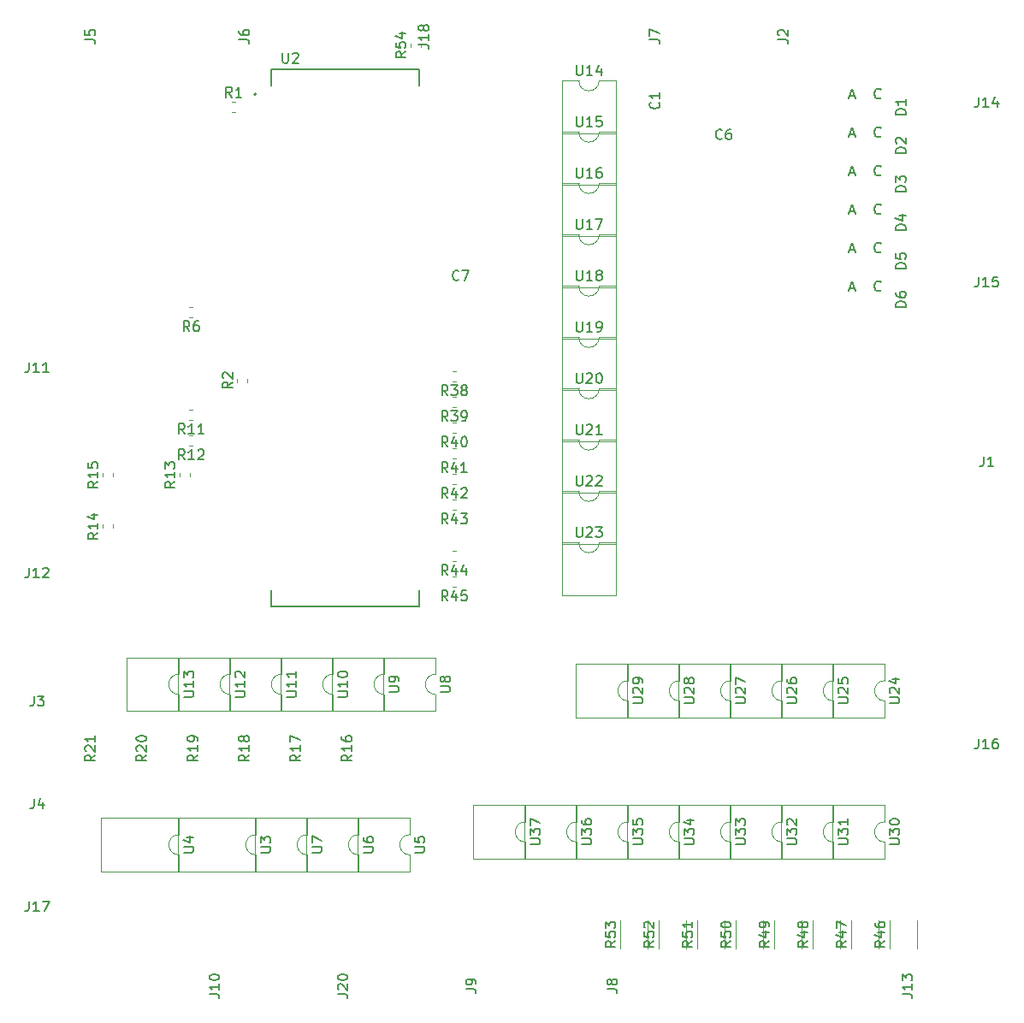
<source format=gto>
G04 #@! TF.GenerationSoftware,KiCad,Pcbnew,(5.1.6)-1*
G04 #@! TF.CreationDate,2023-04-05T00:01:16+09:00*
G04 #@! TF.ProjectId,SubPCB,53756250-4342-42e6-9b69-6361645f7063,rev?*
G04 #@! TF.SameCoordinates,Original*
G04 #@! TF.FileFunction,Legend,Top*
G04 #@! TF.FilePolarity,Positive*
%FSLAX46Y46*%
G04 Gerber Fmt 4.6, Leading zero omitted, Abs format (unit mm)*
G04 Created by KiCad (PCBNEW (5.1.6)-1) date 2023-04-05 00:01:16*
%MOMM*%
%LPD*%
G01*
G04 APERTURE LIST*
%ADD10C,0.120000*%
%ADD11C,0.200000*%
%ADD12C,0.127000*%
%ADD13C,0.150000*%
G04 APERTURE END LIST*
D10*
X20830000Y-34221267D02*
X20830000Y-33878733D01*
X19810000Y-34221267D02*
X19810000Y-33878733D01*
X19273733Y-7495000D02*
X19616267Y-7495000D01*
X19273733Y-6475000D02*
X19616267Y-6475000D01*
X48320000Y-81390000D02*
X48320000Y-79740000D01*
X43120000Y-81390000D02*
X48320000Y-81390000D01*
X43120000Y-76090000D02*
X43120000Y-81390000D01*
X48320000Y-76090000D02*
X43120000Y-76090000D01*
X48320000Y-77740000D02*
X48320000Y-76090000D01*
X48320000Y-79740000D02*
G75*
G02*
X48320000Y-77740000I0J1000000D01*
G01*
X53400000Y-81390000D02*
X53400000Y-79740000D01*
X48200000Y-81390000D02*
X53400000Y-81390000D01*
X48200000Y-76090000D02*
X48200000Y-81390000D01*
X53400000Y-76090000D02*
X48200000Y-76090000D01*
X53400000Y-77740000D02*
X53400000Y-76090000D01*
X53400000Y-79740000D02*
G75*
G02*
X53400000Y-77740000I0J1000000D01*
G01*
X58480000Y-81390000D02*
X58480000Y-79740000D01*
X53280000Y-81390000D02*
X58480000Y-81390000D01*
X53280000Y-76090000D02*
X53280000Y-81390000D01*
X58480000Y-76090000D02*
X53280000Y-76090000D01*
X58480000Y-77740000D02*
X58480000Y-76090000D01*
X58480000Y-79740000D02*
G75*
G02*
X58480000Y-77740000I0J1000000D01*
G01*
X63560000Y-81390000D02*
X63560000Y-79740000D01*
X58360000Y-81390000D02*
X63560000Y-81390000D01*
X58360000Y-76090000D02*
X58360000Y-81390000D01*
X63560000Y-76090000D02*
X58360000Y-76090000D01*
X63560000Y-77740000D02*
X63560000Y-76090000D01*
X63560000Y-79740000D02*
G75*
G02*
X63560000Y-77740000I0J1000000D01*
G01*
X68640000Y-81390000D02*
X68640000Y-79740000D01*
X63440000Y-81390000D02*
X68640000Y-81390000D01*
X63440000Y-76090000D02*
X63440000Y-81390000D01*
X68640000Y-76090000D02*
X63440000Y-76090000D01*
X68640000Y-77740000D02*
X68640000Y-76090000D01*
X68640000Y-79740000D02*
G75*
G02*
X68640000Y-77740000I0J1000000D01*
G01*
X73720000Y-81390000D02*
X73720000Y-79740000D01*
X68520000Y-81390000D02*
X73720000Y-81390000D01*
X68520000Y-76090000D02*
X68520000Y-81390000D01*
X73720000Y-76090000D02*
X68520000Y-76090000D01*
X73720000Y-77740000D02*
X73720000Y-76090000D01*
X73720000Y-79740000D02*
G75*
G02*
X73720000Y-77740000I0J1000000D01*
G01*
X78800000Y-81390000D02*
X78800000Y-79740000D01*
X73600000Y-81390000D02*
X78800000Y-81390000D01*
X73600000Y-76090000D02*
X73600000Y-81390000D01*
X78800000Y-76090000D02*
X73600000Y-76090000D01*
X78800000Y-77740000D02*
X78800000Y-76090000D01*
X78800000Y-79740000D02*
G75*
G02*
X78800000Y-77740000I0J1000000D01*
G01*
X83880000Y-81390000D02*
X83880000Y-79740000D01*
X78680000Y-81390000D02*
X83880000Y-81390000D01*
X78680000Y-76090000D02*
X78680000Y-81390000D01*
X83880000Y-76090000D02*
X78680000Y-76090000D01*
X83880000Y-77740000D02*
X83880000Y-76090000D01*
X83880000Y-79740000D02*
G75*
G02*
X83880000Y-77740000I0J1000000D01*
G01*
X58480000Y-67420000D02*
X58480000Y-65770000D01*
X53280000Y-67420000D02*
X58480000Y-67420000D01*
X53280000Y-62120000D02*
X53280000Y-67420000D01*
X58480000Y-62120000D02*
X53280000Y-62120000D01*
X58480000Y-63770000D02*
X58480000Y-62120000D01*
X58480000Y-65770000D02*
G75*
G02*
X58480000Y-63770000I0J1000000D01*
G01*
X63560000Y-67420000D02*
X63560000Y-65770000D01*
X58360000Y-67420000D02*
X63560000Y-67420000D01*
X58360000Y-62120000D02*
X58360000Y-67420000D01*
X63560000Y-62120000D02*
X58360000Y-62120000D01*
X63560000Y-63770000D02*
X63560000Y-62120000D01*
X63560000Y-65770000D02*
G75*
G02*
X63560000Y-63770000I0J1000000D01*
G01*
X68640000Y-67420000D02*
X68640000Y-65770000D01*
X63440000Y-67420000D02*
X68640000Y-67420000D01*
X63440000Y-62120000D02*
X63440000Y-67420000D01*
X68640000Y-62120000D02*
X63440000Y-62120000D01*
X68640000Y-63770000D02*
X68640000Y-62120000D01*
X68640000Y-65770000D02*
G75*
G02*
X68640000Y-63770000I0J1000000D01*
G01*
X73720000Y-67420000D02*
X73720000Y-65770000D01*
X68520000Y-67420000D02*
X73720000Y-67420000D01*
X68520000Y-62120000D02*
X68520000Y-67420000D01*
X73720000Y-62120000D02*
X68520000Y-62120000D01*
X73720000Y-63770000D02*
X73720000Y-62120000D01*
X73720000Y-65770000D02*
G75*
G02*
X73720000Y-63770000I0J1000000D01*
G01*
X78800000Y-67420000D02*
X78800000Y-65770000D01*
X73600000Y-67420000D02*
X78800000Y-67420000D01*
X73600000Y-62120000D02*
X73600000Y-67420000D01*
X78800000Y-62120000D02*
X73600000Y-62120000D01*
X78800000Y-63770000D02*
X78800000Y-62120000D01*
X78800000Y-65770000D02*
G75*
G02*
X78800000Y-63770000I0J1000000D01*
G01*
X83880000Y-67420000D02*
X83880000Y-65770000D01*
X78680000Y-67420000D02*
X83880000Y-67420000D01*
X78680000Y-62120000D02*
X78680000Y-67420000D01*
X83880000Y-62120000D02*
X78680000Y-62120000D01*
X83880000Y-63770000D02*
X83880000Y-62120000D01*
X83880000Y-65770000D02*
G75*
G02*
X83880000Y-63770000I0J1000000D01*
G01*
X57260000Y-50105000D02*
X55610000Y-50105000D01*
X57260000Y-55305000D02*
X57260000Y-50105000D01*
X51960000Y-55305000D02*
X57260000Y-55305000D01*
X51960000Y-50105000D02*
X51960000Y-55305000D01*
X53610000Y-50105000D02*
X51960000Y-50105000D01*
X55610000Y-50105000D02*
G75*
G02*
X53610000Y-50105000I-1000000J0D01*
G01*
X57260000Y-45025000D02*
X55610000Y-45025000D01*
X57260000Y-50225000D02*
X57260000Y-45025000D01*
X51960000Y-50225000D02*
X57260000Y-50225000D01*
X51960000Y-45025000D02*
X51960000Y-50225000D01*
X53610000Y-45025000D02*
X51960000Y-45025000D01*
X55610000Y-45025000D02*
G75*
G02*
X53610000Y-45025000I-1000000J0D01*
G01*
X57260000Y-39945000D02*
X55610000Y-39945000D01*
X57260000Y-45145000D02*
X57260000Y-39945000D01*
X51960000Y-45145000D02*
X57260000Y-45145000D01*
X51960000Y-39945000D02*
X51960000Y-45145000D01*
X53610000Y-39945000D02*
X51960000Y-39945000D01*
X55610000Y-39945000D02*
G75*
G02*
X53610000Y-39945000I-1000000J0D01*
G01*
X57260000Y-34865000D02*
X55610000Y-34865000D01*
X57260000Y-40065000D02*
X57260000Y-34865000D01*
X51960000Y-40065000D02*
X57260000Y-40065000D01*
X51960000Y-34865000D02*
X51960000Y-40065000D01*
X53610000Y-34865000D02*
X51960000Y-34865000D01*
X55610000Y-34865000D02*
G75*
G02*
X53610000Y-34865000I-1000000J0D01*
G01*
X57260000Y-29785000D02*
X55610000Y-29785000D01*
X57260000Y-34985000D02*
X57260000Y-29785000D01*
X51960000Y-34985000D02*
X57260000Y-34985000D01*
X51960000Y-29785000D02*
X51960000Y-34985000D01*
X53610000Y-29785000D02*
X51960000Y-29785000D01*
X55610000Y-29785000D02*
G75*
G02*
X53610000Y-29785000I-1000000J0D01*
G01*
X57260000Y-24705000D02*
X55610000Y-24705000D01*
X57260000Y-29905000D02*
X57260000Y-24705000D01*
X51960000Y-29905000D02*
X57260000Y-29905000D01*
X51960000Y-24705000D02*
X51960000Y-29905000D01*
X53610000Y-24705000D02*
X51960000Y-24705000D01*
X55610000Y-24705000D02*
G75*
G02*
X53610000Y-24705000I-1000000J0D01*
G01*
X57260000Y-19625000D02*
X55610000Y-19625000D01*
X57260000Y-24825000D02*
X57260000Y-19625000D01*
X51960000Y-24825000D02*
X57260000Y-24825000D01*
X51960000Y-19625000D02*
X51960000Y-24825000D01*
X53610000Y-19625000D02*
X51960000Y-19625000D01*
X55610000Y-19625000D02*
G75*
G02*
X53610000Y-19625000I-1000000J0D01*
G01*
X57260000Y-14545000D02*
X55610000Y-14545000D01*
X57260000Y-19745000D02*
X57260000Y-14545000D01*
X51960000Y-19745000D02*
X57260000Y-19745000D01*
X51960000Y-14545000D02*
X51960000Y-19745000D01*
X53610000Y-14545000D02*
X51960000Y-14545000D01*
X55610000Y-14545000D02*
G75*
G02*
X53610000Y-14545000I-1000000J0D01*
G01*
X57260000Y-9465000D02*
X55610000Y-9465000D01*
X57260000Y-14665000D02*
X57260000Y-9465000D01*
X51960000Y-14665000D02*
X57260000Y-14665000D01*
X51960000Y-9465000D02*
X51960000Y-14665000D01*
X53610000Y-9465000D02*
X51960000Y-9465000D01*
X55610000Y-9465000D02*
G75*
G02*
X53610000Y-9465000I-1000000J0D01*
G01*
X57260000Y-4385000D02*
X55610000Y-4385000D01*
X57260000Y-9585000D02*
X57260000Y-4385000D01*
X51960000Y-9585000D02*
X57260000Y-9585000D01*
X51960000Y-4385000D02*
X51960000Y-9585000D01*
X53610000Y-4385000D02*
X51960000Y-4385000D01*
X55610000Y-4385000D02*
G75*
G02*
X53610000Y-4385000I-1000000J0D01*
G01*
X14030000Y-66785000D02*
X14030000Y-65135000D01*
X8830000Y-66785000D02*
X14030000Y-66785000D01*
X8830000Y-61485000D02*
X8830000Y-66785000D01*
X14030000Y-61485000D02*
X8830000Y-61485000D01*
X14030000Y-63135000D02*
X14030000Y-61485000D01*
X14030000Y-65135000D02*
G75*
G02*
X14030000Y-63135000I0J1000000D01*
G01*
X19110000Y-66785000D02*
X19110000Y-65135000D01*
X13910000Y-66785000D02*
X19110000Y-66785000D01*
X13910000Y-61485000D02*
X13910000Y-66785000D01*
X19110000Y-61485000D02*
X13910000Y-61485000D01*
X19110000Y-63135000D02*
X19110000Y-61485000D01*
X19110000Y-65135000D02*
G75*
G02*
X19110000Y-63135000I0J1000000D01*
G01*
X24190000Y-66785000D02*
X24190000Y-65135000D01*
X18990000Y-66785000D02*
X24190000Y-66785000D01*
X18990000Y-61485000D02*
X18990000Y-66785000D01*
X24190000Y-61485000D02*
X18990000Y-61485000D01*
X24190000Y-63135000D02*
X24190000Y-61485000D01*
X24190000Y-65135000D02*
G75*
G02*
X24190000Y-63135000I0J1000000D01*
G01*
X29270000Y-66785000D02*
X29270000Y-65135000D01*
X24070000Y-66785000D02*
X29270000Y-66785000D01*
X24070000Y-61485000D02*
X24070000Y-66785000D01*
X29270000Y-61485000D02*
X24070000Y-61485000D01*
X29270000Y-63135000D02*
X29270000Y-61485000D01*
X29270000Y-65135000D02*
G75*
G02*
X29270000Y-63135000I0J1000000D01*
G01*
X34350000Y-66785000D02*
X34350000Y-65135000D01*
X29150000Y-66785000D02*
X34350000Y-66785000D01*
X29150000Y-61485000D02*
X29150000Y-66785000D01*
X34350000Y-61485000D02*
X29150000Y-61485000D01*
X34350000Y-63135000D02*
X34350000Y-61485000D01*
X34350000Y-65135000D02*
G75*
G02*
X34350000Y-63135000I0J1000000D01*
G01*
X39430000Y-66785000D02*
X39430000Y-65135000D01*
X34230000Y-66785000D02*
X39430000Y-66785000D01*
X34230000Y-61485000D02*
X34230000Y-66785000D01*
X39430000Y-61485000D02*
X34230000Y-61485000D01*
X39430000Y-63135000D02*
X39430000Y-61485000D01*
X39430000Y-65135000D02*
G75*
G02*
X39430000Y-63135000I0J1000000D01*
G01*
X26730000Y-82660000D02*
X26730000Y-81010000D01*
X21530000Y-82660000D02*
X26730000Y-82660000D01*
X21530000Y-77360000D02*
X21530000Y-82660000D01*
X26730000Y-77360000D02*
X21530000Y-77360000D01*
X26730000Y-79010000D02*
X26730000Y-77360000D01*
X26730000Y-81010000D02*
G75*
G02*
X26730000Y-79010000I0J1000000D01*
G01*
X31810000Y-82660000D02*
X31810000Y-81010000D01*
X26610000Y-82660000D02*
X31810000Y-82660000D01*
X26610000Y-77360000D02*
X26610000Y-82660000D01*
X31810000Y-77360000D02*
X26610000Y-77360000D01*
X31810000Y-79010000D02*
X31810000Y-77360000D01*
X31810000Y-81010000D02*
G75*
G02*
X31810000Y-79010000I0J1000000D01*
G01*
X36890000Y-82660000D02*
X36890000Y-81010000D01*
X31690000Y-82660000D02*
X36890000Y-82660000D01*
X31690000Y-77360000D02*
X31690000Y-82660000D01*
X36890000Y-77360000D02*
X31690000Y-77360000D01*
X36890000Y-79010000D02*
X36890000Y-77360000D01*
X36890000Y-81010000D02*
G75*
G02*
X36890000Y-79010000I0J1000000D01*
G01*
X14030000Y-82660000D02*
X14030000Y-81010000D01*
X6290000Y-82660000D02*
X14030000Y-82660000D01*
X6290000Y-77360000D02*
X6290000Y-82660000D01*
X14030000Y-77360000D02*
X6290000Y-77360000D01*
X14030000Y-79010000D02*
X14030000Y-77360000D01*
X14030000Y-81010000D02*
G75*
G02*
X14030000Y-79010000I0J1000000D01*
G01*
X21650000Y-82660000D02*
X21650000Y-81010000D01*
X13910000Y-82660000D02*
X21650000Y-82660000D01*
X13910000Y-77360000D02*
X13910000Y-82660000D01*
X21650000Y-77360000D02*
X13910000Y-77360000D01*
X21650000Y-79010000D02*
X21650000Y-77360000D01*
X21650000Y-81010000D02*
G75*
G02*
X21650000Y-79010000I0J1000000D01*
G01*
X37975000Y-1046267D02*
X37975000Y-703733D01*
X36955000Y-1046267D02*
X36955000Y-703733D01*
X60415000Y-90302064D02*
X60415000Y-87497936D01*
X57695000Y-90302064D02*
X57695000Y-87497936D01*
X64225000Y-90302064D02*
X64225000Y-87497936D01*
X61505000Y-90302064D02*
X61505000Y-87497936D01*
X68035000Y-90302064D02*
X68035000Y-87497936D01*
X65315000Y-90302064D02*
X65315000Y-87497936D01*
X71845000Y-90302064D02*
X71845000Y-87497936D01*
X69125000Y-90302064D02*
X69125000Y-87497936D01*
X75655000Y-90302064D02*
X75655000Y-87497936D01*
X72935000Y-90302064D02*
X72935000Y-87497936D01*
X79465000Y-90302064D02*
X79465000Y-87497936D01*
X76745000Y-90302064D02*
X76745000Y-87497936D01*
X83275000Y-90302064D02*
X83275000Y-87497936D01*
X80555000Y-90302064D02*
X80555000Y-87497936D01*
X87085000Y-90302064D02*
X87085000Y-87497936D01*
X84365000Y-90302064D02*
X84365000Y-87497936D01*
X41446267Y-53465000D02*
X41103733Y-53465000D01*
X41446267Y-54485000D02*
X41103733Y-54485000D01*
X41446267Y-50925000D02*
X41103733Y-50925000D01*
X41446267Y-51945000D02*
X41103733Y-51945000D01*
X41446267Y-45845000D02*
X41103733Y-45845000D01*
X41446267Y-46865000D02*
X41103733Y-46865000D01*
X41446267Y-43305000D02*
X41103733Y-43305000D01*
X41446267Y-44325000D02*
X41103733Y-44325000D01*
X41446267Y-40765000D02*
X41103733Y-40765000D01*
X41446267Y-41785000D02*
X41103733Y-41785000D01*
X41446267Y-38225000D02*
X41103733Y-38225000D01*
X41446267Y-39245000D02*
X41103733Y-39245000D01*
X41446267Y-35685000D02*
X41103733Y-35685000D01*
X41446267Y-36705000D02*
X41103733Y-36705000D01*
X41446267Y-33145000D02*
X41103733Y-33145000D01*
X41446267Y-34165000D02*
X41103733Y-34165000D01*
X7495000Y-43591267D02*
X7495000Y-43248733D01*
X6475000Y-43591267D02*
X6475000Y-43248733D01*
X7495000Y-48671267D02*
X7495000Y-48328733D01*
X6475000Y-48671267D02*
X6475000Y-48328733D01*
X15115000Y-43591267D02*
X15115000Y-43248733D01*
X14095000Y-43591267D02*
X14095000Y-43248733D01*
X15411267Y-39495000D02*
X15068733Y-39495000D01*
X15411267Y-40515000D02*
X15068733Y-40515000D01*
X15411267Y-36955000D02*
X15068733Y-36955000D01*
X15411267Y-37975000D02*
X15068733Y-37975000D01*
X15411267Y-27815000D02*
X15068733Y-27815000D01*
X15411267Y-26795000D02*
X15068733Y-26795000D01*
D11*
X21662500Y-5715000D02*
G75*
G03*
X21662500Y-5715000I-100000J0D01*
G01*
D12*
X37830000Y-56445000D02*
X37830000Y-54795000D01*
X23130000Y-56445000D02*
X23130000Y-54795000D01*
X37830000Y-3245000D02*
X37830000Y-4895000D01*
X23130000Y-3245000D02*
X23130000Y-4895000D01*
X37830000Y-56445000D02*
X23130000Y-56445000D01*
X23130000Y-3245000D02*
X37830000Y-3245000D01*
D13*
X85967380Y-7723095D02*
X84967380Y-7723095D01*
X84967380Y-7485000D01*
X85015000Y-7342142D01*
X85110238Y-7246904D01*
X85205476Y-7199285D01*
X85395952Y-7151666D01*
X85538809Y-7151666D01*
X85729285Y-7199285D01*
X85824523Y-7246904D01*
X85919761Y-7342142D01*
X85967380Y-7485000D01*
X85967380Y-7723095D01*
X85967380Y-6199285D02*
X85967380Y-6770714D01*
X85967380Y-6485000D02*
X84967380Y-6485000D01*
X85110238Y-6580238D01*
X85205476Y-6675476D01*
X85253095Y-6770714D01*
X83494523Y-6072142D02*
X83446904Y-6119761D01*
X83304047Y-6167380D01*
X83208809Y-6167380D01*
X83065952Y-6119761D01*
X82970714Y-6024523D01*
X82923095Y-5929285D01*
X82875476Y-5738809D01*
X82875476Y-5595952D01*
X82923095Y-5405476D01*
X82970714Y-5310238D01*
X83065952Y-5215000D01*
X83208809Y-5167380D01*
X83304047Y-5167380D01*
X83446904Y-5215000D01*
X83494523Y-5262619D01*
X80406904Y-5881666D02*
X80883095Y-5881666D01*
X80311666Y-6167380D02*
X80645000Y-5167380D01*
X80978333Y-6167380D01*
X85967380Y-11533095D02*
X84967380Y-11533095D01*
X84967380Y-11295000D01*
X85015000Y-11152142D01*
X85110238Y-11056904D01*
X85205476Y-11009285D01*
X85395952Y-10961666D01*
X85538809Y-10961666D01*
X85729285Y-11009285D01*
X85824523Y-11056904D01*
X85919761Y-11152142D01*
X85967380Y-11295000D01*
X85967380Y-11533095D01*
X85062619Y-10580714D02*
X85015000Y-10533095D01*
X84967380Y-10437857D01*
X84967380Y-10199761D01*
X85015000Y-10104523D01*
X85062619Y-10056904D01*
X85157857Y-10009285D01*
X85253095Y-10009285D01*
X85395952Y-10056904D01*
X85967380Y-10628333D01*
X85967380Y-10009285D01*
X83494523Y-9882142D02*
X83446904Y-9929761D01*
X83304047Y-9977380D01*
X83208809Y-9977380D01*
X83065952Y-9929761D01*
X82970714Y-9834523D01*
X82923095Y-9739285D01*
X82875476Y-9548809D01*
X82875476Y-9405952D01*
X82923095Y-9215476D01*
X82970714Y-9120238D01*
X83065952Y-9025000D01*
X83208809Y-8977380D01*
X83304047Y-8977380D01*
X83446904Y-9025000D01*
X83494523Y-9072619D01*
X80406904Y-9691666D02*
X80883095Y-9691666D01*
X80311666Y-9977380D02*
X80645000Y-8977380D01*
X80978333Y-9977380D01*
X85967380Y-15343095D02*
X84967380Y-15343095D01*
X84967380Y-15105000D01*
X85015000Y-14962142D01*
X85110238Y-14866904D01*
X85205476Y-14819285D01*
X85395952Y-14771666D01*
X85538809Y-14771666D01*
X85729285Y-14819285D01*
X85824523Y-14866904D01*
X85919761Y-14962142D01*
X85967380Y-15105000D01*
X85967380Y-15343095D01*
X84967380Y-14438333D02*
X84967380Y-13819285D01*
X85348333Y-14152619D01*
X85348333Y-14009761D01*
X85395952Y-13914523D01*
X85443571Y-13866904D01*
X85538809Y-13819285D01*
X85776904Y-13819285D01*
X85872142Y-13866904D01*
X85919761Y-13914523D01*
X85967380Y-14009761D01*
X85967380Y-14295476D01*
X85919761Y-14390714D01*
X85872142Y-14438333D01*
X83494523Y-13692142D02*
X83446904Y-13739761D01*
X83304047Y-13787380D01*
X83208809Y-13787380D01*
X83065952Y-13739761D01*
X82970714Y-13644523D01*
X82923095Y-13549285D01*
X82875476Y-13358809D01*
X82875476Y-13215952D01*
X82923095Y-13025476D01*
X82970714Y-12930238D01*
X83065952Y-12835000D01*
X83208809Y-12787380D01*
X83304047Y-12787380D01*
X83446904Y-12835000D01*
X83494523Y-12882619D01*
X80406904Y-13501666D02*
X80883095Y-13501666D01*
X80311666Y-13787380D02*
X80645000Y-12787380D01*
X80978333Y-13787380D01*
X85967380Y-19153095D02*
X84967380Y-19153095D01*
X84967380Y-18915000D01*
X85015000Y-18772142D01*
X85110238Y-18676904D01*
X85205476Y-18629285D01*
X85395952Y-18581666D01*
X85538809Y-18581666D01*
X85729285Y-18629285D01*
X85824523Y-18676904D01*
X85919761Y-18772142D01*
X85967380Y-18915000D01*
X85967380Y-19153095D01*
X85300714Y-17724523D02*
X85967380Y-17724523D01*
X84919761Y-17962619D02*
X85634047Y-18200714D01*
X85634047Y-17581666D01*
X83494523Y-17502142D02*
X83446904Y-17549761D01*
X83304047Y-17597380D01*
X83208809Y-17597380D01*
X83065952Y-17549761D01*
X82970714Y-17454523D01*
X82923095Y-17359285D01*
X82875476Y-17168809D01*
X82875476Y-17025952D01*
X82923095Y-16835476D01*
X82970714Y-16740238D01*
X83065952Y-16645000D01*
X83208809Y-16597380D01*
X83304047Y-16597380D01*
X83446904Y-16645000D01*
X83494523Y-16692619D01*
X80406904Y-17311666D02*
X80883095Y-17311666D01*
X80311666Y-17597380D02*
X80645000Y-16597380D01*
X80978333Y-17597380D01*
X85967380Y-22963095D02*
X84967380Y-22963095D01*
X84967380Y-22725000D01*
X85015000Y-22582142D01*
X85110238Y-22486904D01*
X85205476Y-22439285D01*
X85395952Y-22391666D01*
X85538809Y-22391666D01*
X85729285Y-22439285D01*
X85824523Y-22486904D01*
X85919761Y-22582142D01*
X85967380Y-22725000D01*
X85967380Y-22963095D01*
X84967380Y-21486904D02*
X84967380Y-21963095D01*
X85443571Y-22010714D01*
X85395952Y-21963095D01*
X85348333Y-21867857D01*
X85348333Y-21629761D01*
X85395952Y-21534523D01*
X85443571Y-21486904D01*
X85538809Y-21439285D01*
X85776904Y-21439285D01*
X85872142Y-21486904D01*
X85919761Y-21534523D01*
X85967380Y-21629761D01*
X85967380Y-21867857D01*
X85919761Y-21963095D01*
X85872142Y-22010714D01*
X83494523Y-21312142D02*
X83446904Y-21359761D01*
X83304047Y-21407380D01*
X83208809Y-21407380D01*
X83065952Y-21359761D01*
X82970714Y-21264523D01*
X82923095Y-21169285D01*
X82875476Y-20978809D01*
X82875476Y-20835952D01*
X82923095Y-20645476D01*
X82970714Y-20550238D01*
X83065952Y-20455000D01*
X83208809Y-20407380D01*
X83304047Y-20407380D01*
X83446904Y-20455000D01*
X83494523Y-20502619D01*
X80406904Y-21121666D02*
X80883095Y-21121666D01*
X80311666Y-21407380D02*
X80645000Y-20407380D01*
X80978333Y-21407380D01*
X85967380Y-26773095D02*
X84967380Y-26773095D01*
X84967380Y-26535000D01*
X85015000Y-26392142D01*
X85110238Y-26296904D01*
X85205476Y-26249285D01*
X85395952Y-26201666D01*
X85538809Y-26201666D01*
X85729285Y-26249285D01*
X85824523Y-26296904D01*
X85919761Y-26392142D01*
X85967380Y-26535000D01*
X85967380Y-26773095D01*
X84967380Y-25344523D02*
X84967380Y-25535000D01*
X85015000Y-25630238D01*
X85062619Y-25677857D01*
X85205476Y-25773095D01*
X85395952Y-25820714D01*
X85776904Y-25820714D01*
X85872142Y-25773095D01*
X85919761Y-25725476D01*
X85967380Y-25630238D01*
X85967380Y-25439761D01*
X85919761Y-25344523D01*
X85872142Y-25296904D01*
X85776904Y-25249285D01*
X85538809Y-25249285D01*
X85443571Y-25296904D01*
X85395952Y-25344523D01*
X85348333Y-25439761D01*
X85348333Y-25630238D01*
X85395952Y-25725476D01*
X85443571Y-25773095D01*
X85538809Y-25820714D01*
X83494523Y-25122142D02*
X83446904Y-25169761D01*
X83304047Y-25217380D01*
X83208809Y-25217380D01*
X83065952Y-25169761D01*
X82970714Y-25074523D01*
X82923095Y-24979285D01*
X82875476Y-24788809D01*
X82875476Y-24645952D01*
X82923095Y-24455476D01*
X82970714Y-24360238D01*
X83065952Y-24265000D01*
X83208809Y-24217380D01*
X83304047Y-24217380D01*
X83446904Y-24265000D01*
X83494523Y-24312619D01*
X80406904Y-24931666D02*
X80883095Y-24931666D01*
X80311666Y-25217380D02*
X80645000Y-24217380D01*
X80978333Y-25217380D01*
X19342380Y-34216666D02*
X18866190Y-34550000D01*
X19342380Y-34788095D02*
X18342380Y-34788095D01*
X18342380Y-34407142D01*
X18390000Y-34311904D01*
X18437619Y-34264285D01*
X18532857Y-34216666D01*
X18675714Y-34216666D01*
X18770952Y-34264285D01*
X18818571Y-34311904D01*
X18866190Y-34407142D01*
X18866190Y-34788095D01*
X18437619Y-33835714D02*
X18390000Y-33788095D01*
X18342380Y-33692857D01*
X18342380Y-33454761D01*
X18390000Y-33359523D01*
X18437619Y-33311904D01*
X18532857Y-33264285D01*
X18628095Y-33264285D01*
X18770952Y-33311904D01*
X19342380Y-33883333D01*
X19342380Y-33264285D01*
X19278333Y-6007380D02*
X18945000Y-5531190D01*
X18706904Y-6007380D02*
X18706904Y-5007380D01*
X19087857Y-5007380D01*
X19183095Y-5055000D01*
X19230714Y-5102619D01*
X19278333Y-5197857D01*
X19278333Y-5340714D01*
X19230714Y-5435952D01*
X19183095Y-5483571D01*
X19087857Y-5531190D01*
X18706904Y-5531190D01*
X20230714Y-6007380D02*
X19659285Y-6007380D01*
X19945000Y-6007380D02*
X19945000Y-5007380D01*
X19849761Y-5150238D01*
X19754523Y-5245476D01*
X19659285Y-5293095D01*
X29722380Y-94789523D02*
X30436666Y-94789523D01*
X30579523Y-94837142D01*
X30674761Y-94932380D01*
X30722380Y-95075238D01*
X30722380Y-95170476D01*
X29817619Y-94360952D02*
X29770000Y-94313333D01*
X29722380Y-94218095D01*
X29722380Y-93980000D01*
X29770000Y-93884761D01*
X29817619Y-93837142D01*
X29912857Y-93789523D01*
X30008095Y-93789523D01*
X30150952Y-93837142D01*
X30722380Y-94408571D01*
X30722380Y-93789523D01*
X29722380Y-93170476D02*
X29722380Y-93075238D01*
X29770000Y-92980000D01*
X29817619Y-92932380D01*
X29912857Y-92884761D01*
X30103333Y-92837142D01*
X30341428Y-92837142D01*
X30531904Y-92884761D01*
X30627142Y-92932380D01*
X30674761Y-92980000D01*
X30722380Y-93075238D01*
X30722380Y-93170476D01*
X30674761Y-93265714D01*
X30627142Y-93313333D01*
X30531904Y-93360952D01*
X30341428Y-93408571D01*
X30103333Y-93408571D01*
X29912857Y-93360952D01*
X29817619Y-93313333D01*
X29770000Y-93265714D01*
X29722380Y-93170476D01*
X73322380Y-333333D02*
X74036666Y-333333D01*
X74179523Y-380952D01*
X74274761Y-476190D01*
X74322380Y-619047D01*
X74322380Y-714285D01*
X73417619Y95238D02*
X73370000Y142857D01*
X73322380Y238095D01*
X73322380Y476190D01*
X73370000Y571428D01*
X73417619Y619047D01*
X73512857Y666666D01*
X73608095Y666666D01*
X73750952Y619047D01*
X74322380Y47619D01*
X74322380Y666666D01*
X93646666Y-41572380D02*
X93646666Y-42286666D01*
X93599047Y-42429523D01*
X93503809Y-42524761D01*
X93360952Y-42572380D01*
X93265714Y-42572380D01*
X94646666Y-42572380D02*
X94075238Y-42572380D01*
X94360952Y-42572380D02*
X94360952Y-41572380D01*
X94265714Y-41715238D01*
X94170476Y-41810476D01*
X94075238Y-41858095D01*
X48772380Y-79978095D02*
X49581904Y-79978095D01*
X49677142Y-79930476D01*
X49724761Y-79882857D01*
X49772380Y-79787619D01*
X49772380Y-79597142D01*
X49724761Y-79501904D01*
X49677142Y-79454285D01*
X49581904Y-79406666D01*
X48772380Y-79406666D01*
X48772380Y-79025714D02*
X48772380Y-78406666D01*
X49153333Y-78740000D01*
X49153333Y-78597142D01*
X49200952Y-78501904D01*
X49248571Y-78454285D01*
X49343809Y-78406666D01*
X49581904Y-78406666D01*
X49677142Y-78454285D01*
X49724761Y-78501904D01*
X49772380Y-78597142D01*
X49772380Y-78882857D01*
X49724761Y-78978095D01*
X49677142Y-79025714D01*
X48772380Y-78073333D02*
X48772380Y-77406666D01*
X49772380Y-77835238D01*
X53852380Y-79978095D02*
X54661904Y-79978095D01*
X54757142Y-79930476D01*
X54804761Y-79882857D01*
X54852380Y-79787619D01*
X54852380Y-79597142D01*
X54804761Y-79501904D01*
X54757142Y-79454285D01*
X54661904Y-79406666D01*
X53852380Y-79406666D01*
X53852380Y-79025714D02*
X53852380Y-78406666D01*
X54233333Y-78740000D01*
X54233333Y-78597142D01*
X54280952Y-78501904D01*
X54328571Y-78454285D01*
X54423809Y-78406666D01*
X54661904Y-78406666D01*
X54757142Y-78454285D01*
X54804761Y-78501904D01*
X54852380Y-78597142D01*
X54852380Y-78882857D01*
X54804761Y-78978095D01*
X54757142Y-79025714D01*
X53852380Y-77549523D02*
X53852380Y-77740000D01*
X53900000Y-77835238D01*
X53947619Y-77882857D01*
X54090476Y-77978095D01*
X54280952Y-78025714D01*
X54661904Y-78025714D01*
X54757142Y-77978095D01*
X54804761Y-77930476D01*
X54852380Y-77835238D01*
X54852380Y-77644761D01*
X54804761Y-77549523D01*
X54757142Y-77501904D01*
X54661904Y-77454285D01*
X54423809Y-77454285D01*
X54328571Y-77501904D01*
X54280952Y-77549523D01*
X54233333Y-77644761D01*
X54233333Y-77835238D01*
X54280952Y-77930476D01*
X54328571Y-77978095D01*
X54423809Y-78025714D01*
X58932380Y-79978095D02*
X59741904Y-79978095D01*
X59837142Y-79930476D01*
X59884761Y-79882857D01*
X59932380Y-79787619D01*
X59932380Y-79597142D01*
X59884761Y-79501904D01*
X59837142Y-79454285D01*
X59741904Y-79406666D01*
X58932380Y-79406666D01*
X58932380Y-79025714D02*
X58932380Y-78406666D01*
X59313333Y-78740000D01*
X59313333Y-78597142D01*
X59360952Y-78501904D01*
X59408571Y-78454285D01*
X59503809Y-78406666D01*
X59741904Y-78406666D01*
X59837142Y-78454285D01*
X59884761Y-78501904D01*
X59932380Y-78597142D01*
X59932380Y-78882857D01*
X59884761Y-78978095D01*
X59837142Y-79025714D01*
X58932380Y-77501904D02*
X58932380Y-77978095D01*
X59408571Y-78025714D01*
X59360952Y-77978095D01*
X59313333Y-77882857D01*
X59313333Y-77644761D01*
X59360952Y-77549523D01*
X59408571Y-77501904D01*
X59503809Y-77454285D01*
X59741904Y-77454285D01*
X59837142Y-77501904D01*
X59884761Y-77549523D01*
X59932380Y-77644761D01*
X59932380Y-77882857D01*
X59884761Y-77978095D01*
X59837142Y-78025714D01*
X64012380Y-79978095D02*
X64821904Y-79978095D01*
X64917142Y-79930476D01*
X64964761Y-79882857D01*
X65012380Y-79787619D01*
X65012380Y-79597142D01*
X64964761Y-79501904D01*
X64917142Y-79454285D01*
X64821904Y-79406666D01*
X64012380Y-79406666D01*
X64012380Y-79025714D02*
X64012380Y-78406666D01*
X64393333Y-78740000D01*
X64393333Y-78597142D01*
X64440952Y-78501904D01*
X64488571Y-78454285D01*
X64583809Y-78406666D01*
X64821904Y-78406666D01*
X64917142Y-78454285D01*
X64964761Y-78501904D01*
X65012380Y-78597142D01*
X65012380Y-78882857D01*
X64964761Y-78978095D01*
X64917142Y-79025714D01*
X64345714Y-77549523D02*
X65012380Y-77549523D01*
X63964761Y-77787619D02*
X64679047Y-78025714D01*
X64679047Y-77406666D01*
X69092380Y-79978095D02*
X69901904Y-79978095D01*
X69997142Y-79930476D01*
X70044761Y-79882857D01*
X70092380Y-79787619D01*
X70092380Y-79597142D01*
X70044761Y-79501904D01*
X69997142Y-79454285D01*
X69901904Y-79406666D01*
X69092380Y-79406666D01*
X69092380Y-79025714D02*
X69092380Y-78406666D01*
X69473333Y-78740000D01*
X69473333Y-78597142D01*
X69520952Y-78501904D01*
X69568571Y-78454285D01*
X69663809Y-78406666D01*
X69901904Y-78406666D01*
X69997142Y-78454285D01*
X70044761Y-78501904D01*
X70092380Y-78597142D01*
X70092380Y-78882857D01*
X70044761Y-78978095D01*
X69997142Y-79025714D01*
X69092380Y-78073333D02*
X69092380Y-77454285D01*
X69473333Y-77787619D01*
X69473333Y-77644761D01*
X69520952Y-77549523D01*
X69568571Y-77501904D01*
X69663809Y-77454285D01*
X69901904Y-77454285D01*
X69997142Y-77501904D01*
X70044761Y-77549523D01*
X70092380Y-77644761D01*
X70092380Y-77930476D01*
X70044761Y-78025714D01*
X69997142Y-78073333D01*
X74172380Y-79978095D02*
X74981904Y-79978095D01*
X75077142Y-79930476D01*
X75124761Y-79882857D01*
X75172380Y-79787619D01*
X75172380Y-79597142D01*
X75124761Y-79501904D01*
X75077142Y-79454285D01*
X74981904Y-79406666D01*
X74172380Y-79406666D01*
X74172380Y-79025714D02*
X74172380Y-78406666D01*
X74553333Y-78740000D01*
X74553333Y-78597142D01*
X74600952Y-78501904D01*
X74648571Y-78454285D01*
X74743809Y-78406666D01*
X74981904Y-78406666D01*
X75077142Y-78454285D01*
X75124761Y-78501904D01*
X75172380Y-78597142D01*
X75172380Y-78882857D01*
X75124761Y-78978095D01*
X75077142Y-79025714D01*
X74267619Y-78025714D02*
X74220000Y-77978095D01*
X74172380Y-77882857D01*
X74172380Y-77644761D01*
X74220000Y-77549523D01*
X74267619Y-77501904D01*
X74362857Y-77454285D01*
X74458095Y-77454285D01*
X74600952Y-77501904D01*
X75172380Y-78073333D01*
X75172380Y-77454285D01*
X79252380Y-79978095D02*
X80061904Y-79978095D01*
X80157142Y-79930476D01*
X80204761Y-79882857D01*
X80252380Y-79787619D01*
X80252380Y-79597142D01*
X80204761Y-79501904D01*
X80157142Y-79454285D01*
X80061904Y-79406666D01*
X79252380Y-79406666D01*
X79252380Y-79025714D02*
X79252380Y-78406666D01*
X79633333Y-78740000D01*
X79633333Y-78597142D01*
X79680952Y-78501904D01*
X79728571Y-78454285D01*
X79823809Y-78406666D01*
X80061904Y-78406666D01*
X80157142Y-78454285D01*
X80204761Y-78501904D01*
X80252380Y-78597142D01*
X80252380Y-78882857D01*
X80204761Y-78978095D01*
X80157142Y-79025714D01*
X80252380Y-77454285D02*
X80252380Y-78025714D01*
X80252380Y-77740000D02*
X79252380Y-77740000D01*
X79395238Y-77835238D01*
X79490476Y-77930476D01*
X79538095Y-78025714D01*
X84332380Y-79978095D02*
X85141904Y-79978095D01*
X85237142Y-79930476D01*
X85284761Y-79882857D01*
X85332380Y-79787619D01*
X85332380Y-79597142D01*
X85284761Y-79501904D01*
X85237142Y-79454285D01*
X85141904Y-79406666D01*
X84332380Y-79406666D01*
X84332380Y-79025714D02*
X84332380Y-78406666D01*
X84713333Y-78740000D01*
X84713333Y-78597142D01*
X84760952Y-78501904D01*
X84808571Y-78454285D01*
X84903809Y-78406666D01*
X85141904Y-78406666D01*
X85237142Y-78454285D01*
X85284761Y-78501904D01*
X85332380Y-78597142D01*
X85332380Y-78882857D01*
X85284761Y-78978095D01*
X85237142Y-79025714D01*
X84332380Y-77787619D02*
X84332380Y-77692380D01*
X84380000Y-77597142D01*
X84427619Y-77549523D01*
X84522857Y-77501904D01*
X84713333Y-77454285D01*
X84951428Y-77454285D01*
X85141904Y-77501904D01*
X85237142Y-77549523D01*
X85284761Y-77597142D01*
X85332380Y-77692380D01*
X85332380Y-77787619D01*
X85284761Y-77882857D01*
X85237142Y-77930476D01*
X85141904Y-77978095D01*
X84951428Y-78025714D01*
X84713333Y-78025714D01*
X84522857Y-77978095D01*
X84427619Y-77930476D01*
X84380000Y-77882857D01*
X84332380Y-77787619D01*
X58932380Y-66008095D02*
X59741904Y-66008095D01*
X59837142Y-65960476D01*
X59884761Y-65912857D01*
X59932380Y-65817619D01*
X59932380Y-65627142D01*
X59884761Y-65531904D01*
X59837142Y-65484285D01*
X59741904Y-65436666D01*
X58932380Y-65436666D01*
X59027619Y-65008095D02*
X58980000Y-64960476D01*
X58932380Y-64865238D01*
X58932380Y-64627142D01*
X58980000Y-64531904D01*
X59027619Y-64484285D01*
X59122857Y-64436666D01*
X59218095Y-64436666D01*
X59360952Y-64484285D01*
X59932380Y-65055714D01*
X59932380Y-64436666D01*
X59932380Y-63960476D02*
X59932380Y-63770000D01*
X59884761Y-63674761D01*
X59837142Y-63627142D01*
X59694285Y-63531904D01*
X59503809Y-63484285D01*
X59122857Y-63484285D01*
X59027619Y-63531904D01*
X58980000Y-63579523D01*
X58932380Y-63674761D01*
X58932380Y-63865238D01*
X58980000Y-63960476D01*
X59027619Y-64008095D01*
X59122857Y-64055714D01*
X59360952Y-64055714D01*
X59456190Y-64008095D01*
X59503809Y-63960476D01*
X59551428Y-63865238D01*
X59551428Y-63674761D01*
X59503809Y-63579523D01*
X59456190Y-63531904D01*
X59360952Y-63484285D01*
X64012380Y-66008095D02*
X64821904Y-66008095D01*
X64917142Y-65960476D01*
X64964761Y-65912857D01*
X65012380Y-65817619D01*
X65012380Y-65627142D01*
X64964761Y-65531904D01*
X64917142Y-65484285D01*
X64821904Y-65436666D01*
X64012380Y-65436666D01*
X64107619Y-65008095D02*
X64060000Y-64960476D01*
X64012380Y-64865238D01*
X64012380Y-64627142D01*
X64060000Y-64531904D01*
X64107619Y-64484285D01*
X64202857Y-64436666D01*
X64298095Y-64436666D01*
X64440952Y-64484285D01*
X65012380Y-65055714D01*
X65012380Y-64436666D01*
X64440952Y-63865238D02*
X64393333Y-63960476D01*
X64345714Y-64008095D01*
X64250476Y-64055714D01*
X64202857Y-64055714D01*
X64107619Y-64008095D01*
X64060000Y-63960476D01*
X64012380Y-63865238D01*
X64012380Y-63674761D01*
X64060000Y-63579523D01*
X64107619Y-63531904D01*
X64202857Y-63484285D01*
X64250476Y-63484285D01*
X64345714Y-63531904D01*
X64393333Y-63579523D01*
X64440952Y-63674761D01*
X64440952Y-63865238D01*
X64488571Y-63960476D01*
X64536190Y-64008095D01*
X64631428Y-64055714D01*
X64821904Y-64055714D01*
X64917142Y-64008095D01*
X64964761Y-63960476D01*
X65012380Y-63865238D01*
X65012380Y-63674761D01*
X64964761Y-63579523D01*
X64917142Y-63531904D01*
X64821904Y-63484285D01*
X64631428Y-63484285D01*
X64536190Y-63531904D01*
X64488571Y-63579523D01*
X64440952Y-63674761D01*
X69092380Y-66008095D02*
X69901904Y-66008095D01*
X69997142Y-65960476D01*
X70044761Y-65912857D01*
X70092380Y-65817619D01*
X70092380Y-65627142D01*
X70044761Y-65531904D01*
X69997142Y-65484285D01*
X69901904Y-65436666D01*
X69092380Y-65436666D01*
X69187619Y-65008095D02*
X69140000Y-64960476D01*
X69092380Y-64865238D01*
X69092380Y-64627142D01*
X69140000Y-64531904D01*
X69187619Y-64484285D01*
X69282857Y-64436666D01*
X69378095Y-64436666D01*
X69520952Y-64484285D01*
X70092380Y-65055714D01*
X70092380Y-64436666D01*
X69092380Y-64103333D02*
X69092380Y-63436666D01*
X70092380Y-63865238D01*
X74172380Y-66008095D02*
X74981904Y-66008095D01*
X75077142Y-65960476D01*
X75124761Y-65912857D01*
X75172380Y-65817619D01*
X75172380Y-65627142D01*
X75124761Y-65531904D01*
X75077142Y-65484285D01*
X74981904Y-65436666D01*
X74172380Y-65436666D01*
X74267619Y-65008095D02*
X74220000Y-64960476D01*
X74172380Y-64865238D01*
X74172380Y-64627142D01*
X74220000Y-64531904D01*
X74267619Y-64484285D01*
X74362857Y-64436666D01*
X74458095Y-64436666D01*
X74600952Y-64484285D01*
X75172380Y-65055714D01*
X75172380Y-64436666D01*
X74172380Y-63579523D02*
X74172380Y-63770000D01*
X74220000Y-63865238D01*
X74267619Y-63912857D01*
X74410476Y-64008095D01*
X74600952Y-64055714D01*
X74981904Y-64055714D01*
X75077142Y-64008095D01*
X75124761Y-63960476D01*
X75172380Y-63865238D01*
X75172380Y-63674761D01*
X75124761Y-63579523D01*
X75077142Y-63531904D01*
X74981904Y-63484285D01*
X74743809Y-63484285D01*
X74648571Y-63531904D01*
X74600952Y-63579523D01*
X74553333Y-63674761D01*
X74553333Y-63865238D01*
X74600952Y-63960476D01*
X74648571Y-64008095D01*
X74743809Y-64055714D01*
X79252380Y-66008095D02*
X80061904Y-66008095D01*
X80157142Y-65960476D01*
X80204761Y-65912857D01*
X80252380Y-65817619D01*
X80252380Y-65627142D01*
X80204761Y-65531904D01*
X80157142Y-65484285D01*
X80061904Y-65436666D01*
X79252380Y-65436666D01*
X79347619Y-65008095D02*
X79300000Y-64960476D01*
X79252380Y-64865238D01*
X79252380Y-64627142D01*
X79300000Y-64531904D01*
X79347619Y-64484285D01*
X79442857Y-64436666D01*
X79538095Y-64436666D01*
X79680952Y-64484285D01*
X80252380Y-65055714D01*
X80252380Y-64436666D01*
X79252380Y-63531904D02*
X79252380Y-64008095D01*
X79728571Y-64055714D01*
X79680952Y-64008095D01*
X79633333Y-63912857D01*
X79633333Y-63674761D01*
X79680952Y-63579523D01*
X79728571Y-63531904D01*
X79823809Y-63484285D01*
X80061904Y-63484285D01*
X80157142Y-63531904D01*
X80204761Y-63579523D01*
X80252380Y-63674761D01*
X80252380Y-63912857D01*
X80204761Y-64008095D01*
X80157142Y-64055714D01*
X84332380Y-66008095D02*
X85141904Y-66008095D01*
X85237142Y-65960476D01*
X85284761Y-65912857D01*
X85332380Y-65817619D01*
X85332380Y-65627142D01*
X85284761Y-65531904D01*
X85237142Y-65484285D01*
X85141904Y-65436666D01*
X84332380Y-65436666D01*
X84427619Y-65008095D02*
X84380000Y-64960476D01*
X84332380Y-64865238D01*
X84332380Y-64627142D01*
X84380000Y-64531904D01*
X84427619Y-64484285D01*
X84522857Y-64436666D01*
X84618095Y-64436666D01*
X84760952Y-64484285D01*
X85332380Y-65055714D01*
X85332380Y-64436666D01*
X84665714Y-63579523D02*
X85332380Y-63579523D01*
X84284761Y-63817619D02*
X84999047Y-64055714D01*
X84999047Y-63436666D01*
X53371904Y-48557380D02*
X53371904Y-49366904D01*
X53419523Y-49462142D01*
X53467142Y-49509761D01*
X53562380Y-49557380D01*
X53752857Y-49557380D01*
X53848095Y-49509761D01*
X53895714Y-49462142D01*
X53943333Y-49366904D01*
X53943333Y-48557380D01*
X54371904Y-48652619D02*
X54419523Y-48605000D01*
X54514761Y-48557380D01*
X54752857Y-48557380D01*
X54848095Y-48605000D01*
X54895714Y-48652619D01*
X54943333Y-48747857D01*
X54943333Y-48843095D01*
X54895714Y-48985952D01*
X54324285Y-49557380D01*
X54943333Y-49557380D01*
X55276666Y-48557380D02*
X55895714Y-48557380D01*
X55562380Y-48938333D01*
X55705238Y-48938333D01*
X55800476Y-48985952D01*
X55848095Y-49033571D01*
X55895714Y-49128809D01*
X55895714Y-49366904D01*
X55848095Y-49462142D01*
X55800476Y-49509761D01*
X55705238Y-49557380D01*
X55419523Y-49557380D01*
X55324285Y-49509761D01*
X55276666Y-49462142D01*
X53371904Y-43477380D02*
X53371904Y-44286904D01*
X53419523Y-44382142D01*
X53467142Y-44429761D01*
X53562380Y-44477380D01*
X53752857Y-44477380D01*
X53848095Y-44429761D01*
X53895714Y-44382142D01*
X53943333Y-44286904D01*
X53943333Y-43477380D01*
X54371904Y-43572619D02*
X54419523Y-43525000D01*
X54514761Y-43477380D01*
X54752857Y-43477380D01*
X54848095Y-43525000D01*
X54895714Y-43572619D01*
X54943333Y-43667857D01*
X54943333Y-43763095D01*
X54895714Y-43905952D01*
X54324285Y-44477380D01*
X54943333Y-44477380D01*
X55324285Y-43572619D02*
X55371904Y-43525000D01*
X55467142Y-43477380D01*
X55705238Y-43477380D01*
X55800476Y-43525000D01*
X55848095Y-43572619D01*
X55895714Y-43667857D01*
X55895714Y-43763095D01*
X55848095Y-43905952D01*
X55276666Y-44477380D01*
X55895714Y-44477380D01*
X53371904Y-38397380D02*
X53371904Y-39206904D01*
X53419523Y-39302142D01*
X53467142Y-39349761D01*
X53562380Y-39397380D01*
X53752857Y-39397380D01*
X53848095Y-39349761D01*
X53895714Y-39302142D01*
X53943333Y-39206904D01*
X53943333Y-38397380D01*
X54371904Y-38492619D02*
X54419523Y-38445000D01*
X54514761Y-38397380D01*
X54752857Y-38397380D01*
X54848095Y-38445000D01*
X54895714Y-38492619D01*
X54943333Y-38587857D01*
X54943333Y-38683095D01*
X54895714Y-38825952D01*
X54324285Y-39397380D01*
X54943333Y-39397380D01*
X55895714Y-39397380D02*
X55324285Y-39397380D01*
X55610000Y-39397380D02*
X55610000Y-38397380D01*
X55514761Y-38540238D01*
X55419523Y-38635476D01*
X55324285Y-38683095D01*
X53371904Y-33317380D02*
X53371904Y-34126904D01*
X53419523Y-34222142D01*
X53467142Y-34269761D01*
X53562380Y-34317380D01*
X53752857Y-34317380D01*
X53848095Y-34269761D01*
X53895714Y-34222142D01*
X53943333Y-34126904D01*
X53943333Y-33317380D01*
X54371904Y-33412619D02*
X54419523Y-33365000D01*
X54514761Y-33317380D01*
X54752857Y-33317380D01*
X54848095Y-33365000D01*
X54895714Y-33412619D01*
X54943333Y-33507857D01*
X54943333Y-33603095D01*
X54895714Y-33745952D01*
X54324285Y-34317380D01*
X54943333Y-34317380D01*
X55562380Y-33317380D02*
X55657619Y-33317380D01*
X55752857Y-33365000D01*
X55800476Y-33412619D01*
X55848095Y-33507857D01*
X55895714Y-33698333D01*
X55895714Y-33936428D01*
X55848095Y-34126904D01*
X55800476Y-34222142D01*
X55752857Y-34269761D01*
X55657619Y-34317380D01*
X55562380Y-34317380D01*
X55467142Y-34269761D01*
X55419523Y-34222142D01*
X55371904Y-34126904D01*
X55324285Y-33936428D01*
X55324285Y-33698333D01*
X55371904Y-33507857D01*
X55419523Y-33412619D01*
X55467142Y-33365000D01*
X55562380Y-33317380D01*
X53371904Y-28237380D02*
X53371904Y-29046904D01*
X53419523Y-29142142D01*
X53467142Y-29189761D01*
X53562380Y-29237380D01*
X53752857Y-29237380D01*
X53848095Y-29189761D01*
X53895714Y-29142142D01*
X53943333Y-29046904D01*
X53943333Y-28237380D01*
X54943333Y-29237380D02*
X54371904Y-29237380D01*
X54657619Y-29237380D02*
X54657619Y-28237380D01*
X54562380Y-28380238D01*
X54467142Y-28475476D01*
X54371904Y-28523095D01*
X55419523Y-29237380D02*
X55610000Y-29237380D01*
X55705238Y-29189761D01*
X55752857Y-29142142D01*
X55848095Y-28999285D01*
X55895714Y-28808809D01*
X55895714Y-28427857D01*
X55848095Y-28332619D01*
X55800476Y-28285000D01*
X55705238Y-28237380D01*
X55514761Y-28237380D01*
X55419523Y-28285000D01*
X55371904Y-28332619D01*
X55324285Y-28427857D01*
X55324285Y-28665952D01*
X55371904Y-28761190D01*
X55419523Y-28808809D01*
X55514761Y-28856428D01*
X55705238Y-28856428D01*
X55800476Y-28808809D01*
X55848095Y-28761190D01*
X55895714Y-28665952D01*
X53371904Y-23157380D02*
X53371904Y-23966904D01*
X53419523Y-24062142D01*
X53467142Y-24109761D01*
X53562380Y-24157380D01*
X53752857Y-24157380D01*
X53848095Y-24109761D01*
X53895714Y-24062142D01*
X53943333Y-23966904D01*
X53943333Y-23157380D01*
X54943333Y-24157380D02*
X54371904Y-24157380D01*
X54657619Y-24157380D02*
X54657619Y-23157380D01*
X54562380Y-23300238D01*
X54467142Y-23395476D01*
X54371904Y-23443095D01*
X55514761Y-23585952D02*
X55419523Y-23538333D01*
X55371904Y-23490714D01*
X55324285Y-23395476D01*
X55324285Y-23347857D01*
X55371904Y-23252619D01*
X55419523Y-23205000D01*
X55514761Y-23157380D01*
X55705238Y-23157380D01*
X55800476Y-23205000D01*
X55848095Y-23252619D01*
X55895714Y-23347857D01*
X55895714Y-23395476D01*
X55848095Y-23490714D01*
X55800476Y-23538333D01*
X55705238Y-23585952D01*
X55514761Y-23585952D01*
X55419523Y-23633571D01*
X55371904Y-23681190D01*
X55324285Y-23776428D01*
X55324285Y-23966904D01*
X55371904Y-24062142D01*
X55419523Y-24109761D01*
X55514761Y-24157380D01*
X55705238Y-24157380D01*
X55800476Y-24109761D01*
X55848095Y-24062142D01*
X55895714Y-23966904D01*
X55895714Y-23776428D01*
X55848095Y-23681190D01*
X55800476Y-23633571D01*
X55705238Y-23585952D01*
X53371904Y-18077380D02*
X53371904Y-18886904D01*
X53419523Y-18982142D01*
X53467142Y-19029761D01*
X53562380Y-19077380D01*
X53752857Y-19077380D01*
X53848095Y-19029761D01*
X53895714Y-18982142D01*
X53943333Y-18886904D01*
X53943333Y-18077380D01*
X54943333Y-19077380D02*
X54371904Y-19077380D01*
X54657619Y-19077380D02*
X54657619Y-18077380D01*
X54562380Y-18220238D01*
X54467142Y-18315476D01*
X54371904Y-18363095D01*
X55276666Y-18077380D02*
X55943333Y-18077380D01*
X55514761Y-19077380D01*
X53371904Y-12997380D02*
X53371904Y-13806904D01*
X53419523Y-13902142D01*
X53467142Y-13949761D01*
X53562380Y-13997380D01*
X53752857Y-13997380D01*
X53848095Y-13949761D01*
X53895714Y-13902142D01*
X53943333Y-13806904D01*
X53943333Y-12997380D01*
X54943333Y-13997380D02*
X54371904Y-13997380D01*
X54657619Y-13997380D02*
X54657619Y-12997380D01*
X54562380Y-13140238D01*
X54467142Y-13235476D01*
X54371904Y-13283095D01*
X55800476Y-12997380D02*
X55610000Y-12997380D01*
X55514761Y-13045000D01*
X55467142Y-13092619D01*
X55371904Y-13235476D01*
X55324285Y-13425952D01*
X55324285Y-13806904D01*
X55371904Y-13902142D01*
X55419523Y-13949761D01*
X55514761Y-13997380D01*
X55705238Y-13997380D01*
X55800476Y-13949761D01*
X55848095Y-13902142D01*
X55895714Y-13806904D01*
X55895714Y-13568809D01*
X55848095Y-13473571D01*
X55800476Y-13425952D01*
X55705238Y-13378333D01*
X55514761Y-13378333D01*
X55419523Y-13425952D01*
X55371904Y-13473571D01*
X55324285Y-13568809D01*
X53371904Y-7917380D02*
X53371904Y-8726904D01*
X53419523Y-8822142D01*
X53467142Y-8869761D01*
X53562380Y-8917380D01*
X53752857Y-8917380D01*
X53848095Y-8869761D01*
X53895714Y-8822142D01*
X53943333Y-8726904D01*
X53943333Y-7917380D01*
X54943333Y-8917380D02*
X54371904Y-8917380D01*
X54657619Y-8917380D02*
X54657619Y-7917380D01*
X54562380Y-8060238D01*
X54467142Y-8155476D01*
X54371904Y-8203095D01*
X55848095Y-7917380D02*
X55371904Y-7917380D01*
X55324285Y-8393571D01*
X55371904Y-8345952D01*
X55467142Y-8298333D01*
X55705238Y-8298333D01*
X55800476Y-8345952D01*
X55848095Y-8393571D01*
X55895714Y-8488809D01*
X55895714Y-8726904D01*
X55848095Y-8822142D01*
X55800476Y-8869761D01*
X55705238Y-8917380D01*
X55467142Y-8917380D01*
X55371904Y-8869761D01*
X55324285Y-8822142D01*
X53371904Y-2837380D02*
X53371904Y-3646904D01*
X53419523Y-3742142D01*
X53467142Y-3789761D01*
X53562380Y-3837380D01*
X53752857Y-3837380D01*
X53848095Y-3789761D01*
X53895714Y-3742142D01*
X53943333Y-3646904D01*
X53943333Y-2837380D01*
X54943333Y-3837380D02*
X54371904Y-3837380D01*
X54657619Y-3837380D02*
X54657619Y-2837380D01*
X54562380Y-2980238D01*
X54467142Y-3075476D01*
X54371904Y-3123095D01*
X55800476Y-3170714D02*
X55800476Y-3837380D01*
X55562380Y-2789761D02*
X55324285Y-3504047D01*
X55943333Y-3504047D01*
X14482380Y-65373095D02*
X15291904Y-65373095D01*
X15387142Y-65325476D01*
X15434761Y-65277857D01*
X15482380Y-65182619D01*
X15482380Y-64992142D01*
X15434761Y-64896904D01*
X15387142Y-64849285D01*
X15291904Y-64801666D01*
X14482380Y-64801666D01*
X15482380Y-63801666D02*
X15482380Y-64373095D01*
X15482380Y-64087380D02*
X14482380Y-64087380D01*
X14625238Y-64182619D01*
X14720476Y-64277857D01*
X14768095Y-64373095D01*
X14482380Y-63468333D02*
X14482380Y-62849285D01*
X14863333Y-63182619D01*
X14863333Y-63039761D01*
X14910952Y-62944523D01*
X14958571Y-62896904D01*
X15053809Y-62849285D01*
X15291904Y-62849285D01*
X15387142Y-62896904D01*
X15434761Y-62944523D01*
X15482380Y-63039761D01*
X15482380Y-63325476D01*
X15434761Y-63420714D01*
X15387142Y-63468333D01*
X19562380Y-65373095D02*
X20371904Y-65373095D01*
X20467142Y-65325476D01*
X20514761Y-65277857D01*
X20562380Y-65182619D01*
X20562380Y-64992142D01*
X20514761Y-64896904D01*
X20467142Y-64849285D01*
X20371904Y-64801666D01*
X19562380Y-64801666D01*
X20562380Y-63801666D02*
X20562380Y-64373095D01*
X20562380Y-64087380D02*
X19562380Y-64087380D01*
X19705238Y-64182619D01*
X19800476Y-64277857D01*
X19848095Y-64373095D01*
X19657619Y-63420714D02*
X19610000Y-63373095D01*
X19562380Y-63277857D01*
X19562380Y-63039761D01*
X19610000Y-62944523D01*
X19657619Y-62896904D01*
X19752857Y-62849285D01*
X19848095Y-62849285D01*
X19990952Y-62896904D01*
X20562380Y-63468333D01*
X20562380Y-62849285D01*
X24642380Y-65373095D02*
X25451904Y-65373095D01*
X25547142Y-65325476D01*
X25594761Y-65277857D01*
X25642380Y-65182619D01*
X25642380Y-64992142D01*
X25594761Y-64896904D01*
X25547142Y-64849285D01*
X25451904Y-64801666D01*
X24642380Y-64801666D01*
X25642380Y-63801666D02*
X25642380Y-64373095D01*
X25642380Y-64087380D02*
X24642380Y-64087380D01*
X24785238Y-64182619D01*
X24880476Y-64277857D01*
X24928095Y-64373095D01*
X25642380Y-62849285D02*
X25642380Y-63420714D01*
X25642380Y-63135000D02*
X24642380Y-63135000D01*
X24785238Y-63230238D01*
X24880476Y-63325476D01*
X24928095Y-63420714D01*
X29722380Y-65373095D02*
X30531904Y-65373095D01*
X30627142Y-65325476D01*
X30674761Y-65277857D01*
X30722380Y-65182619D01*
X30722380Y-64992142D01*
X30674761Y-64896904D01*
X30627142Y-64849285D01*
X30531904Y-64801666D01*
X29722380Y-64801666D01*
X30722380Y-63801666D02*
X30722380Y-64373095D01*
X30722380Y-64087380D02*
X29722380Y-64087380D01*
X29865238Y-64182619D01*
X29960476Y-64277857D01*
X30008095Y-64373095D01*
X29722380Y-63182619D02*
X29722380Y-63087380D01*
X29770000Y-62992142D01*
X29817619Y-62944523D01*
X29912857Y-62896904D01*
X30103333Y-62849285D01*
X30341428Y-62849285D01*
X30531904Y-62896904D01*
X30627142Y-62944523D01*
X30674761Y-62992142D01*
X30722380Y-63087380D01*
X30722380Y-63182619D01*
X30674761Y-63277857D01*
X30627142Y-63325476D01*
X30531904Y-63373095D01*
X30341428Y-63420714D01*
X30103333Y-63420714D01*
X29912857Y-63373095D01*
X29817619Y-63325476D01*
X29770000Y-63277857D01*
X29722380Y-63182619D01*
X34802380Y-64896904D02*
X35611904Y-64896904D01*
X35707142Y-64849285D01*
X35754761Y-64801666D01*
X35802380Y-64706428D01*
X35802380Y-64515952D01*
X35754761Y-64420714D01*
X35707142Y-64373095D01*
X35611904Y-64325476D01*
X34802380Y-64325476D01*
X35802380Y-63801666D02*
X35802380Y-63611190D01*
X35754761Y-63515952D01*
X35707142Y-63468333D01*
X35564285Y-63373095D01*
X35373809Y-63325476D01*
X34992857Y-63325476D01*
X34897619Y-63373095D01*
X34850000Y-63420714D01*
X34802380Y-63515952D01*
X34802380Y-63706428D01*
X34850000Y-63801666D01*
X34897619Y-63849285D01*
X34992857Y-63896904D01*
X35230952Y-63896904D01*
X35326190Y-63849285D01*
X35373809Y-63801666D01*
X35421428Y-63706428D01*
X35421428Y-63515952D01*
X35373809Y-63420714D01*
X35326190Y-63373095D01*
X35230952Y-63325476D01*
X39882380Y-64896904D02*
X40691904Y-64896904D01*
X40787142Y-64849285D01*
X40834761Y-64801666D01*
X40882380Y-64706428D01*
X40882380Y-64515952D01*
X40834761Y-64420714D01*
X40787142Y-64373095D01*
X40691904Y-64325476D01*
X39882380Y-64325476D01*
X40310952Y-63706428D02*
X40263333Y-63801666D01*
X40215714Y-63849285D01*
X40120476Y-63896904D01*
X40072857Y-63896904D01*
X39977619Y-63849285D01*
X39930000Y-63801666D01*
X39882380Y-63706428D01*
X39882380Y-63515952D01*
X39930000Y-63420714D01*
X39977619Y-63373095D01*
X40072857Y-63325476D01*
X40120476Y-63325476D01*
X40215714Y-63373095D01*
X40263333Y-63420714D01*
X40310952Y-63515952D01*
X40310952Y-63706428D01*
X40358571Y-63801666D01*
X40406190Y-63849285D01*
X40501428Y-63896904D01*
X40691904Y-63896904D01*
X40787142Y-63849285D01*
X40834761Y-63801666D01*
X40882380Y-63706428D01*
X40882380Y-63515952D01*
X40834761Y-63420714D01*
X40787142Y-63373095D01*
X40691904Y-63325476D01*
X40501428Y-63325476D01*
X40406190Y-63373095D01*
X40358571Y-63420714D01*
X40310952Y-63515952D01*
X27182380Y-80771904D02*
X27991904Y-80771904D01*
X28087142Y-80724285D01*
X28134761Y-80676666D01*
X28182380Y-80581428D01*
X28182380Y-80390952D01*
X28134761Y-80295714D01*
X28087142Y-80248095D01*
X27991904Y-80200476D01*
X27182380Y-80200476D01*
X27182380Y-79819523D02*
X27182380Y-79152857D01*
X28182380Y-79581428D01*
X32262380Y-80771904D02*
X33071904Y-80771904D01*
X33167142Y-80724285D01*
X33214761Y-80676666D01*
X33262380Y-80581428D01*
X33262380Y-80390952D01*
X33214761Y-80295714D01*
X33167142Y-80248095D01*
X33071904Y-80200476D01*
X32262380Y-80200476D01*
X32262380Y-79295714D02*
X32262380Y-79486190D01*
X32310000Y-79581428D01*
X32357619Y-79629047D01*
X32500476Y-79724285D01*
X32690952Y-79771904D01*
X33071904Y-79771904D01*
X33167142Y-79724285D01*
X33214761Y-79676666D01*
X33262380Y-79581428D01*
X33262380Y-79390952D01*
X33214761Y-79295714D01*
X33167142Y-79248095D01*
X33071904Y-79200476D01*
X32833809Y-79200476D01*
X32738571Y-79248095D01*
X32690952Y-79295714D01*
X32643333Y-79390952D01*
X32643333Y-79581428D01*
X32690952Y-79676666D01*
X32738571Y-79724285D01*
X32833809Y-79771904D01*
X37342380Y-80771904D02*
X38151904Y-80771904D01*
X38247142Y-80724285D01*
X38294761Y-80676666D01*
X38342380Y-80581428D01*
X38342380Y-80390952D01*
X38294761Y-80295714D01*
X38247142Y-80248095D01*
X38151904Y-80200476D01*
X37342380Y-80200476D01*
X37342380Y-79248095D02*
X37342380Y-79724285D01*
X37818571Y-79771904D01*
X37770952Y-79724285D01*
X37723333Y-79629047D01*
X37723333Y-79390952D01*
X37770952Y-79295714D01*
X37818571Y-79248095D01*
X37913809Y-79200476D01*
X38151904Y-79200476D01*
X38247142Y-79248095D01*
X38294761Y-79295714D01*
X38342380Y-79390952D01*
X38342380Y-79629047D01*
X38294761Y-79724285D01*
X38247142Y-79771904D01*
X14482380Y-80771904D02*
X15291904Y-80771904D01*
X15387142Y-80724285D01*
X15434761Y-80676666D01*
X15482380Y-80581428D01*
X15482380Y-80390952D01*
X15434761Y-80295714D01*
X15387142Y-80248095D01*
X15291904Y-80200476D01*
X14482380Y-80200476D01*
X14815714Y-79295714D02*
X15482380Y-79295714D01*
X14434761Y-79533809D02*
X15149047Y-79771904D01*
X15149047Y-79152857D01*
X22102380Y-80771904D02*
X22911904Y-80771904D01*
X23007142Y-80724285D01*
X23054761Y-80676666D01*
X23102380Y-80581428D01*
X23102380Y-80390952D01*
X23054761Y-80295714D01*
X23007142Y-80248095D01*
X22911904Y-80200476D01*
X22102380Y-80200476D01*
X22102380Y-79819523D02*
X22102380Y-79200476D01*
X22483333Y-79533809D01*
X22483333Y-79390952D01*
X22530952Y-79295714D01*
X22578571Y-79248095D01*
X22673809Y-79200476D01*
X22911904Y-79200476D01*
X23007142Y-79248095D01*
X23054761Y-79295714D01*
X23102380Y-79390952D01*
X23102380Y-79676666D01*
X23054761Y-79771904D01*
X23007142Y-79819523D01*
X36487380Y-1517857D02*
X36011190Y-1851190D01*
X36487380Y-2089285D02*
X35487380Y-2089285D01*
X35487380Y-1708333D01*
X35535000Y-1613095D01*
X35582619Y-1565476D01*
X35677857Y-1517857D01*
X35820714Y-1517857D01*
X35915952Y-1565476D01*
X35963571Y-1613095D01*
X36011190Y-1708333D01*
X36011190Y-2089285D01*
X35487380Y-613095D02*
X35487380Y-1089285D01*
X35963571Y-1136904D01*
X35915952Y-1089285D01*
X35868333Y-994047D01*
X35868333Y-755952D01*
X35915952Y-660714D01*
X35963571Y-613095D01*
X36058809Y-565476D01*
X36296904Y-565476D01*
X36392142Y-613095D01*
X36439761Y-660714D01*
X36487380Y-755952D01*
X36487380Y-994047D01*
X36439761Y-1089285D01*
X36392142Y-1136904D01*
X35820714Y291666D02*
X36487380Y291666D01*
X35439761Y53571D02*
X36154047Y-184523D01*
X36154047Y434523D01*
X57227380Y-89542857D02*
X56751190Y-89876190D01*
X57227380Y-90114285D02*
X56227380Y-90114285D01*
X56227380Y-89733333D01*
X56275000Y-89638095D01*
X56322619Y-89590476D01*
X56417857Y-89542857D01*
X56560714Y-89542857D01*
X56655952Y-89590476D01*
X56703571Y-89638095D01*
X56751190Y-89733333D01*
X56751190Y-90114285D01*
X56227380Y-88638095D02*
X56227380Y-89114285D01*
X56703571Y-89161904D01*
X56655952Y-89114285D01*
X56608333Y-89019047D01*
X56608333Y-88780952D01*
X56655952Y-88685714D01*
X56703571Y-88638095D01*
X56798809Y-88590476D01*
X57036904Y-88590476D01*
X57132142Y-88638095D01*
X57179761Y-88685714D01*
X57227380Y-88780952D01*
X57227380Y-89019047D01*
X57179761Y-89114285D01*
X57132142Y-89161904D01*
X56227380Y-88257142D02*
X56227380Y-87638095D01*
X56608333Y-87971428D01*
X56608333Y-87828571D01*
X56655952Y-87733333D01*
X56703571Y-87685714D01*
X56798809Y-87638095D01*
X57036904Y-87638095D01*
X57132142Y-87685714D01*
X57179761Y-87733333D01*
X57227380Y-87828571D01*
X57227380Y-88114285D01*
X57179761Y-88209523D01*
X57132142Y-88257142D01*
X61037380Y-89542857D02*
X60561190Y-89876190D01*
X61037380Y-90114285D02*
X60037380Y-90114285D01*
X60037380Y-89733333D01*
X60085000Y-89638095D01*
X60132619Y-89590476D01*
X60227857Y-89542857D01*
X60370714Y-89542857D01*
X60465952Y-89590476D01*
X60513571Y-89638095D01*
X60561190Y-89733333D01*
X60561190Y-90114285D01*
X60037380Y-88638095D02*
X60037380Y-89114285D01*
X60513571Y-89161904D01*
X60465952Y-89114285D01*
X60418333Y-89019047D01*
X60418333Y-88780952D01*
X60465952Y-88685714D01*
X60513571Y-88638095D01*
X60608809Y-88590476D01*
X60846904Y-88590476D01*
X60942142Y-88638095D01*
X60989761Y-88685714D01*
X61037380Y-88780952D01*
X61037380Y-89019047D01*
X60989761Y-89114285D01*
X60942142Y-89161904D01*
X60132619Y-88209523D02*
X60085000Y-88161904D01*
X60037380Y-88066666D01*
X60037380Y-87828571D01*
X60085000Y-87733333D01*
X60132619Y-87685714D01*
X60227857Y-87638095D01*
X60323095Y-87638095D01*
X60465952Y-87685714D01*
X61037380Y-88257142D01*
X61037380Y-87638095D01*
X64847380Y-89542857D02*
X64371190Y-89876190D01*
X64847380Y-90114285D02*
X63847380Y-90114285D01*
X63847380Y-89733333D01*
X63895000Y-89638095D01*
X63942619Y-89590476D01*
X64037857Y-89542857D01*
X64180714Y-89542857D01*
X64275952Y-89590476D01*
X64323571Y-89638095D01*
X64371190Y-89733333D01*
X64371190Y-90114285D01*
X63847380Y-88638095D02*
X63847380Y-89114285D01*
X64323571Y-89161904D01*
X64275952Y-89114285D01*
X64228333Y-89019047D01*
X64228333Y-88780952D01*
X64275952Y-88685714D01*
X64323571Y-88638095D01*
X64418809Y-88590476D01*
X64656904Y-88590476D01*
X64752142Y-88638095D01*
X64799761Y-88685714D01*
X64847380Y-88780952D01*
X64847380Y-89019047D01*
X64799761Y-89114285D01*
X64752142Y-89161904D01*
X64847380Y-87638095D02*
X64847380Y-88209523D01*
X64847380Y-87923809D02*
X63847380Y-87923809D01*
X63990238Y-88019047D01*
X64085476Y-88114285D01*
X64133095Y-88209523D01*
X68657380Y-89542857D02*
X68181190Y-89876190D01*
X68657380Y-90114285D02*
X67657380Y-90114285D01*
X67657380Y-89733333D01*
X67705000Y-89638095D01*
X67752619Y-89590476D01*
X67847857Y-89542857D01*
X67990714Y-89542857D01*
X68085952Y-89590476D01*
X68133571Y-89638095D01*
X68181190Y-89733333D01*
X68181190Y-90114285D01*
X67657380Y-88638095D02*
X67657380Y-89114285D01*
X68133571Y-89161904D01*
X68085952Y-89114285D01*
X68038333Y-89019047D01*
X68038333Y-88780952D01*
X68085952Y-88685714D01*
X68133571Y-88638095D01*
X68228809Y-88590476D01*
X68466904Y-88590476D01*
X68562142Y-88638095D01*
X68609761Y-88685714D01*
X68657380Y-88780952D01*
X68657380Y-89019047D01*
X68609761Y-89114285D01*
X68562142Y-89161904D01*
X67657380Y-87971428D02*
X67657380Y-87876190D01*
X67705000Y-87780952D01*
X67752619Y-87733333D01*
X67847857Y-87685714D01*
X68038333Y-87638095D01*
X68276428Y-87638095D01*
X68466904Y-87685714D01*
X68562142Y-87733333D01*
X68609761Y-87780952D01*
X68657380Y-87876190D01*
X68657380Y-87971428D01*
X68609761Y-88066666D01*
X68562142Y-88114285D01*
X68466904Y-88161904D01*
X68276428Y-88209523D01*
X68038333Y-88209523D01*
X67847857Y-88161904D01*
X67752619Y-88114285D01*
X67705000Y-88066666D01*
X67657380Y-87971428D01*
X72467380Y-89542857D02*
X71991190Y-89876190D01*
X72467380Y-90114285D02*
X71467380Y-90114285D01*
X71467380Y-89733333D01*
X71515000Y-89638095D01*
X71562619Y-89590476D01*
X71657857Y-89542857D01*
X71800714Y-89542857D01*
X71895952Y-89590476D01*
X71943571Y-89638095D01*
X71991190Y-89733333D01*
X71991190Y-90114285D01*
X71800714Y-88685714D02*
X72467380Y-88685714D01*
X71419761Y-88923809D02*
X72134047Y-89161904D01*
X72134047Y-88542857D01*
X72467380Y-88114285D02*
X72467380Y-87923809D01*
X72419761Y-87828571D01*
X72372142Y-87780952D01*
X72229285Y-87685714D01*
X72038809Y-87638095D01*
X71657857Y-87638095D01*
X71562619Y-87685714D01*
X71515000Y-87733333D01*
X71467380Y-87828571D01*
X71467380Y-88019047D01*
X71515000Y-88114285D01*
X71562619Y-88161904D01*
X71657857Y-88209523D01*
X71895952Y-88209523D01*
X71991190Y-88161904D01*
X72038809Y-88114285D01*
X72086428Y-88019047D01*
X72086428Y-87828571D01*
X72038809Y-87733333D01*
X71991190Y-87685714D01*
X71895952Y-87638095D01*
X76277380Y-89542857D02*
X75801190Y-89876190D01*
X76277380Y-90114285D02*
X75277380Y-90114285D01*
X75277380Y-89733333D01*
X75325000Y-89638095D01*
X75372619Y-89590476D01*
X75467857Y-89542857D01*
X75610714Y-89542857D01*
X75705952Y-89590476D01*
X75753571Y-89638095D01*
X75801190Y-89733333D01*
X75801190Y-90114285D01*
X75610714Y-88685714D02*
X76277380Y-88685714D01*
X75229761Y-88923809D02*
X75944047Y-89161904D01*
X75944047Y-88542857D01*
X75705952Y-88019047D02*
X75658333Y-88114285D01*
X75610714Y-88161904D01*
X75515476Y-88209523D01*
X75467857Y-88209523D01*
X75372619Y-88161904D01*
X75325000Y-88114285D01*
X75277380Y-88019047D01*
X75277380Y-87828571D01*
X75325000Y-87733333D01*
X75372619Y-87685714D01*
X75467857Y-87638095D01*
X75515476Y-87638095D01*
X75610714Y-87685714D01*
X75658333Y-87733333D01*
X75705952Y-87828571D01*
X75705952Y-88019047D01*
X75753571Y-88114285D01*
X75801190Y-88161904D01*
X75896428Y-88209523D01*
X76086904Y-88209523D01*
X76182142Y-88161904D01*
X76229761Y-88114285D01*
X76277380Y-88019047D01*
X76277380Y-87828571D01*
X76229761Y-87733333D01*
X76182142Y-87685714D01*
X76086904Y-87638095D01*
X75896428Y-87638095D01*
X75801190Y-87685714D01*
X75753571Y-87733333D01*
X75705952Y-87828571D01*
X80087380Y-89542857D02*
X79611190Y-89876190D01*
X80087380Y-90114285D02*
X79087380Y-90114285D01*
X79087380Y-89733333D01*
X79135000Y-89638095D01*
X79182619Y-89590476D01*
X79277857Y-89542857D01*
X79420714Y-89542857D01*
X79515952Y-89590476D01*
X79563571Y-89638095D01*
X79611190Y-89733333D01*
X79611190Y-90114285D01*
X79420714Y-88685714D02*
X80087380Y-88685714D01*
X79039761Y-88923809D02*
X79754047Y-89161904D01*
X79754047Y-88542857D01*
X79087380Y-88257142D02*
X79087380Y-87590476D01*
X80087380Y-88019047D01*
X83897380Y-89542857D02*
X83421190Y-89876190D01*
X83897380Y-90114285D02*
X82897380Y-90114285D01*
X82897380Y-89733333D01*
X82945000Y-89638095D01*
X82992619Y-89590476D01*
X83087857Y-89542857D01*
X83230714Y-89542857D01*
X83325952Y-89590476D01*
X83373571Y-89638095D01*
X83421190Y-89733333D01*
X83421190Y-90114285D01*
X83230714Y-88685714D02*
X83897380Y-88685714D01*
X82849761Y-88923809D02*
X83564047Y-89161904D01*
X83564047Y-88542857D01*
X82897380Y-87733333D02*
X82897380Y-87923809D01*
X82945000Y-88019047D01*
X82992619Y-88066666D01*
X83135476Y-88161904D01*
X83325952Y-88209523D01*
X83706904Y-88209523D01*
X83802142Y-88161904D01*
X83849761Y-88114285D01*
X83897380Y-88019047D01*
X83897380Y-87828571D01*
X83849761Y-87733333D01*
X83802142Y-87685714D01*
X83706904Y-87638095D01*
X83468809Y-87638095D01*
X83373571Y-87685714D01*
X83325952Y-87733333D01*
X83278333Y-87828571D01*
X83278333Y-88019047D01*
X83325952Y-88114285D01*
X83373571Y-88161904D01*
X83468809Y-88209523D01*
X40632142Y-55857380D02*
X40298809Y-55381190D01*
X40060714Y-55857380D02*
X40060714Y-54857380D01*
X40441666Y-54857380D01*
X40536904Y-54905000D01*
X40584523Y-54952619D01*
X40632142Y-55047857D01*
X40632142Y-55190714D01*
X40584523Y-55285952D01*
X40536904Y-55333571D01*
X40441666Y-55381190D01*
X40060714Y-55381190D01*
X41489285Y-55190714D02*
X41489285Y-55857380D01*
X41251190Y-54809761D02*
X41013095Y-55524047D01*
X41632142Y-55524047D01*
X42489285Y-54857380D02*
X42013095Y-54857380D01*
X41965476Y-55333571D01*
X42013095Y-55285952D01*
X42108333Y-55238333D01*
X42346428Y-55238333D01*
X42441666Y-55285952D01*
X42489285Y-55333571D01*
X42536904Y-55428809D01*
X42536904Y-55666904D01*
X42489285Y-55762142D01*
X42441666Y-55809761D01*
X42346428Y-55857380D01*
X42108333Y-55857380D01*
X42013095Y-55809761D01*
X41965476Y-55762142D01*
X40632142Y-53317380D02*
X40298809Y-52841190D01*
X40060714Y-53317380D02*
X40060714Y-52317380D01*
X40441666Y-52317380D01*
X40536904Y-52365000D01*
X40584523Y-52412619D01*
X40632142Y-52507857D01*
X40632142Y-52650714D01*
X40584523Y-52745952D01*
X40536904Y-52793571D01*
X40441666Y-52841190D01*
X40060714Y-52841190D01*
X41489285Y-52650714D02*
X41489285Y-53317380D01*
X41251190Y-52269761D02*
X41013095Y-52984047D01*
X41632142Y-52984047D01*
X42441666Y-52650714D02*
X42441666Y-53317380D01*
X42203571Y-52269761D02*
X41965476Y-52984047D01*
X42584523Y-52984047D01*
X40632142Y-48237380D02*
X40298809Y-47761190D01*
X40060714Y-48237380D02*
X40060714Y-47237380D01*
X40441666Y-47237380D01*
X40536904Y-47285000D01*
X40584523Y-47332619D01*
X40632142Y-47427857D01*
X40632142Y-47570714D01*
X40584523Y-47665952D01*
X40536904Y-47713571D01*
X40441666Y-47761190D01*
X40060714Y-47761190D01*
X41489285Y-47570714D02*
X41489285Y-48237380D01*
X41251190Y-47189761D02*
X41013095Y-47904047D01*
X41632142Y-47904047D01*
X41917857Y-47237380D02*
X42536904Y-47237380D01*
X42203571Y-47618333D01*
X42346428Y-47618333D01*
X42441666Y-47665952D01*
X42489285Y-47713571D01*
X42536904Y-47808809D01*
X42536904Y-48046904D01*
X42489285Y-48142142D01*
X42441666Y-48189761D01*
X42346428Y-48237380D01*
X42060714Y-48237380D01*
X41965476Y-48189761D01*
X41917857Y-48142142D01*
X40632142Y-45697380D02*
X40298809Y-45221190D01*
X40060714Y-45697380D02*
X40060714Y-44697380D01*
X40441666Y-44697380D01*
X40536904Y-44745000D01*
X40584523Y-44792619D01*
X40632142Y-44887857D01*
X40632142Y-45030714D01*
X40584523Y-45125952D01*
X40536904Y-45173571D01*
X40441666Y-45221190D01*
X40060714Y-45221190D01*
X41489285Y-45030714D02*
X41489285Y-45697380D01*
X41251190Y-44649761D02*
X41013095Y-45364047D01*
X41632142Y-45364047D01*
X41965476Y-44792619D02*
X42013095Y-44745000D01*
X42108333Y-44697380D01*
X42346428Y-44697380D01*
X42441666Y-44745000D01*
X42489285Y-44792619D01*
X42536904Y-44887857D01*
X42536904Y-44983095D01*
X42489285Y-45125952D01*
X41917857Y-45697380D01*
X42536904Y-45697380D01*
X40632142Y-43157380D02*
X40298809Y-42681190D01*
X40060714Y-43157380D02*
X40060714Y-42157380D01*
X40441666Y-42157380D01*
X40536904Y-42205000D01*
X40584523Y-42252619D01*
X40632142Y-42347857D01*
X40632142Y-42490714D01*
X40584523Y-42585952D01*
X40536904Y-42633571D01*
X40441666Y-42681190D01*
X40060714Y-42681190D01*
X41489285Y-42490714D02*
X41489285Y-43157380D01*
X41251190Y-42109761D02*
X41013095Y-42824047D01*
X41632142Y-42824047D01*
X42536904Y-43157380D02*
X41965476Y-43157380D01*
X42251190Y-43157380D02*
X42251190Y-42157380D01*
X42155952Y-42300238D01*
X42060714Y-42395476D01*
X41965476Y-42443095D01*
X40632142Y-40617380D02*
X40298809Y-40141190D01*
X40060714Y-40617380D02*
X40060714Y-39617380D01*
X40441666Y-39617380D01*
X40536904Y-39665000D01*
X40584523Y-39712619D01*
X40632142Y-39807857D01*
X40632142Y-39950714D01*
X40584523Y-40045952D01*
X40536904Y-40093571D01*
X40441666Y-40141190D01*
X40060714Y-40141190D01*
X41489285Y-39950714D02*
X41489285Y-40617380D01*
X41251190Y-39569761D02*
X41013095Y-40284047D01*
X41632142Y-40284047D01*
X42203571Y-39617380D02*
X42298809Y-39617380D01*
X42394047Y-39665000D01*
X42441666Y-39712619D01*
X42489285Y-39807857D01*
X42536904Y-39998333D01*
X42536904Y-40236428D01*
X42489285Y-40426904D01*
X42441666Y-40522142D01*
X42394047Y-40569761D01*
X42298809Y-40617380D01*
X42203571Y-40617380D01*
X42108333Y-40569761D01*
X42060714Y-40522142D01*
X42013095Y-40426904D01*
X41965476Y-40236428D01*
X41965476Y-39998333D01*
X42013095Y-39807857D01*
X42060714Y-39712619D01*
X42108333Y-39665000D01*
X42203571Y-39617380D01*
X40632142Y-38077380D02*
X40298809Y-37601190D01*
X40060714Y-38077380D02*
X40060714Y-37077380D01*
X40441666Y-37077380D01*
X40536904Y-37125000D01*
X40584523Y-37172619D01*
X40632142Y-37267857D01*
X40632142Y-37410714D01*
X40584523Y-37505952D01*
X40536904Y-37553571D01*
X40441666Y-37601190D01*
X40060714Y-37601190D01*
X40965476Y-37077380D02*
X41584523Y-37077380D01*
X41251190Y-37458333D01*
X41394047Y-37458333D01*
X41489285Y-37505952D01*
X41536904Y-37553571D01*
X41584523Y-37648809D01*
X41584523Y-37886904D01*
X41536904Y-37982142D01*
X41489285Y-38029761D01*
X41394047Y-38077380D01*
X41108333Y-38077380D01*
X41013095Y-38029761D01*
X40965476Y-37982142D01*
X42060714Y-38077380D02*
X42251190Y-38077380D01*
X42346428Y-38029761D01*
X42394047Y-37982142D01*
X42489285Y-37839285D01*
X42536904Y-37648809D01*
X42536904Y-37267857D01*
X42489285Y-37172619D01*
X42441666Y-37125000D01*
X42346428Y-37077380D01*
X42155952Y-37077380D01*
X42060714Y-37125000D01*
X42013095Y-37172619D01*
X41965476Y-37267857D01*
X41965476Y-37505952D01*
X42013095Y-37601190D01*
X42060714Y-37648809D01*
X42155952Y-37696428D01*
X42346428Y-37696428D01*
X42441666Y-37648809D01*
X42489285Y-37601190D01*
X42536904Y-37505952D01*
X40632142Y-35537380D02*
X40298809Y-35061190D01*
X40060714Y-35537380D02*
X40060714Y-34537380D01*
X40441666Y-34537380D01*
X40536904Y-34585000D01*
X40584523Y-34632619D01*
X40632142Y-34727857D01*
X40632142Y-34870714D01*
X40584523Y-34965952D01*
X40536904Y-35013571D01*
X40441666Y-35061190D01*
X40060714Y-35061190D01*
X40965476Y-34537380D02*
X41584523Y-34537380D01*
X41251190Y-34918333D01*
X41394047Y-34918333D01*
X41489285Y-34965952D01*
X41536904Y-35013571D01*
X41584523Y-35108809D01*
X41584523Y-35346904D01*
X41536904Y-35442142D01*
X41489285Y-35489761D01*
X41394047Y-35537380D01*
X41108333Y-35537380D01*
X41013095Y-35489761D01*
X40965476Y-35442142D01*
X42155952Y-34965952D02*
X42060714Y-34918333D01*
X42013095Y-34870714D01*
X41965476Y-34775476D01*
X41965476Y-34727857D01*
X42013095Y-34632619D01*
X42060714Y-34585000D01*
X42155952Y-34537380D01*
X42346428Y-34537380D01*
X42441666Y-34585000D01*
X42489285Y-34632619D01*
X42536904Y-34727857D01*
X42536904Y-34775476D01*
X42489285Y-34870714D01*
X42441666Y-34918333D01*
X42346428Y-34965952D01*
X42155952Y-34965952D01*
X42060714Y-35013571D01*
X42013095Y-35061190D01*
X41965476Y-35156428D01*
X41965476Y-35346904D01*
X42013095Y-35442142D01*
X42060714Y-35489761D01*
X42155952Y-35537380D01*
X42346428Y-35537380D01*
X42441666Y-35489761D01*
X42489285Y-35442142D01*
X42536904Y-35346904D01*
X42536904Y-35156428D01*
X42489285Y-35061190D01*
X42441666Y-35013571D01*
X42346428Y-34965952D01*
X5742380Y-71127857D02*
X5266190Y-71461190D01*
X5742380Y-71699285D02*
X4742380Y-71699285D01*
X4742380Y-71318333D01*
X4790000Y-71223095D01*
X4837619Y-71175476D01*
X4932857Y-71127857D01*
X5075714Y-71127857D01*
X5170952Y-71175476D01*
X5218571Y-71223095D01*
X5266190Y-71318333D01*
X5266190Y-71699285D01*
X4837619Y-70746904D02*
X4790000Y-70699285D01*
X4742380Y-70604047D01*
X4742380Y-70365952D01*
X4790000Y-70270714D01*
X4837619Y-70223095D01*
X4932857Y-70175476D01*
X5028095Y-70175476D01*
X5170952Y-70223095D01*
X5742380Y-70794523D01*
X5742380Y-70175476D01*
X5742380Y-69223095D02*
X5742380Y-69794523D01*
X5742380Y-69508809D02*
X4742380Y-69508809D01*
X4885238Y-69604047D01*
X4980476Y-69699285D01*
X5028095Y-69794523D01*
X10822380Y-71127857D02*
X10346190Y-71461190D01*
X10822380Y-71699285D02*
X9822380Y-71699285D01*
X9822380Y-71318333D01*
X9870000Y-71223095D01*
X9917619Y-71175476D01*
X10012857Y-71127857D01*
X10155714Y-71127857D01*
X10250952Y-71175476D01*
X10298571Y-71223095D01*
X10346190Y-71318333D01*
X10346190Y-71699285D01*
X9917619Y-70746904D02*
X9870000Y-70699285D01*
X9822380Y-70604047D01*
X9822380Y-70365952D01*
X9870000Y-70270714D01*
X9917619Y-70223095D01*
X10012857Y-70175476D01*
X10108095Y-70175476D01*
X10250952Y-70223095D01*
X10822380Y-70794523D01*
X10822380Y-70175476D01*
X9822380Y-69556428D02*
X9822380Y-69461190D01*
X9870000Y-69365952D01*
X9917619Y-69318333D01*
X10012857Y-69270714D01*
X10203333Y-69223095D01*
X10441428Y-69223095D01*
X10631904Y-69270714D01*
X10727142Y-69318333D01*
X10774761Y-69365952D01*
X10822380Y-69461190D01*
X10822380Y-69556428D01*
X10774761Y-69651666D01*
X10727142Y-69699285D01*
X10631904Y-69746904D01*
X10441428Y-69794523D01*
X10203333Y-69794523D01*
X10012857Y-69746904D01*
X9917619Y-69699285D01*
X9870000Y-69651666D01*
X9822380Y-69556428D01*
X15902380Y-71127857D02*
X15426190Y-71461190D01*
X15902380Y-71699285D02*
X14902380Y-71699285D01*
X14902380Y-71318333D01*
X14950000Y-71223095D01*
X14997619Y-71175476D01*
X15092857Y-71127857D01*
X15235714Y-71127857D01*
X15330952Y-71175476D01*
X15378571Y-71223095D01*
X15426190Y-71318333D01*
X15426190Y-71699285D01*
X15902380Y-70175476D02*
X15902380Y-70746904D01*
X15902380Y-70461190D02*
X14902380Y-70461190D01*
X15045238Y-70556428D01*
X15140476Y-70651666D01*
X15188095Y-70746904D01*
X15902380Y-69699285D02*
X15902380Y-69508809D01*
X15854761Y-69413571D01*
X15807142Y-69365952D01*
X15664285Y-69270714D01*
X15473809Y-69223095D01*
X15092857Y-69223095D01*
X14997619Y-69270714D01*
X14950000Y-69318333D01*
X14902380Y-69413571D01*
X14902380Y-69604047D01*
X14950000Y-69699285D01*
X14997619Y-69746904D01*
X15092857Y-69794523D01*
X15330952Y-69794523D01*
X15426190Y-69746904D01*
X15473809Y-69699285D01*
X15521428Y-69604047D01*
X15521428Y-69413571D01*
X15473809Y-69318333D01*
X15426190Y-69270714D01*
X15330952Y-69223095D01*
X20982380Y-71127857D02*
X20506190Y-71461190D01*
X20982380Y-71699285D02*
X19982380Y-71699285D01*
X19982380Y-71318333D01*
X20030000Y-71223095D01*
X20077619Y-71175476D01*
X20172857Y-71127857D01*
X20315714Y-71127857D01*
X20410952Y-71175476D01*
X20458571Y-71223095D01*
X20506190Y-71318333D01*
X20506190Y-71699285D01*
X20982380Y-70175476D02*
X20982380Y-70746904D01*
X20982380Y-70461190D02*
X19982380Y-70461190D01*
X20125238Y-70556428D01*
X20220476Y-70651666D01*
X20268095Y-70746904D01*
X20410952Y-69604047D02*
X20363333Y-69699285D01*
X20315714Y-69746904D01*
X20220476Y-69794523D01*
X20172857Y-69794523D01*
X20077619Y-69746904D01*
X20030000Y-69699285D01*
X19982380Y-69604047D01*
X19982380Y-69413571D01*
X20030000Y-69318333D01*
X20077619Y-69270714D01*
X20172857Y-69223095D01*
X20220476Y-69223095D01*
X20315714Y-69270714D01*
X20363333Y-69318333D01*
X20410952Y-69413571D01*
X20410952Y-69604047D01*
X20458571Y-69699285D01*
X20506190Y-69746904D01*
X20601428Y-69794523D01*
X20791904Y-69794523D01*
X20887142Y-69746904D01*
X20934761Y-69699285D01*
X20982380Y-69604047D01*
X20982380Y-69413571D01*
X20934761Y-69318333D01*
X20887142Y-69270714D01*
X20791904Y-69223095D01*
X20601428Y-69223095D01*
X20506190Y-69270714D01*
X20458571Y-69318333D01*
X20410952Y-69413571D01*
X26062380Y-71127857D02*
X25586190Y-71461190D01*
X26062380Y-71699285D02*
X25062380Y-71699285D01*
X25062380Y-71318333D01*
X25110000Y-71223095D01*
X25157619Y-71175476D01*
X25252857Y-71127857D01*
X25395714Y-71127857D01*
X25490952Y-71175476D01*
X25538571Y-71223095D01*
X25586190Y-71318333D01*
X25586190Y-71699285D01*
X26062380Y-70175476D02*
X26062380Y-70746904D01*
X26062380Y-70461190D02*
X25062380Y-70461190D01*
X25205238Y-70556428D01*
X25300476Y-70651666D01*
X25348095Y-70746904D01*
X25062380Y-69842142D02*
X25062380Y-69175476D01*
X26062380Y-69604047D01*
X31142380Y-71127857D02*
X30666190Y-71461190D01*
X31142380Y-71699285D02*
X30142380Y-71699285D01*
X30142380Y-71318333D01*
X30190000Y-71223095D01*
X30237619Y-71175476D01*
X30332857Y-71127857D01*
X30475714Y-71127857D01*
X30570952Y-71175476D01*
X30618571Y-71223095D01*
X30666190Y-71318333D01*
X30666190Y-71699285D01*
X31142380Y-70175476D02*
X31142380Y-70746904D01*
X31142380Y-70461190D02*
X30142380Y-70461190D01*
X30285238Y-70556428D01*
X30380476Y-70651666D01*
X30428095Y-70746904D01*
X30142380Y-69318333D02*
X30142380Y-69508809D01*
X30190000Y-69604047D01*
X30237619Y-69651666D01*
X30380476Y-69746904D01*
X30570952Y-69794523D01*
X30951904Y-69794523D01*
X31047142Y-69746904D01*
X31094761Y-69699285D01*
X31142380Y-69604047D01*
X31142380Y-69413571D01*
X31094761Y-69318333D01*
X31047142Y-69270714D01*
X30951904Y-69223095D01*
X30713809Y-69223095D01*
X30618571Y-69270714D01*
X30570952Y-69318333D01*
X30523333Y-69413571D01*
X30523333Y-69604047D01*
X30570952Y-69699285D01*
X30618571Y-69746904D01*
X30713809Y-69794523D01*
X6007380Y-44062857D02*
X5531190Y-44396190D01*
X6007380Y-44634285D02*
X5007380Y-44634285D01*
X5007380Y-44253333D01*
X5055000Y-44158095D01*
X5102619Y-44110476D01*
X5197857Y-44062857D01*
X5340714Y-44062857D01*
X5435952Y-44110476D01*
X5483571Y-44158095D01*
X5531190Y-44253333D01*
X5531190Y-44634285D01*
X6007380Y-43110476D02*
X6007380Y-43681904D01*
X6007380Y-43396190D02*
X5007380Y-43396190D01*
X5150238Y-43491428D01*
X5245476Y-43586666D01*
X5293095Y-43681904D01*
X5007380Y-42205714D02*
X5007380Y-42681904D01*
X5483571Y-42729523D01*
X5435952Y-42681904D01*
X5388333Y-42586666D01*
X5388333Y-42348571D01*
X5435952Y-42253333D01*
X5483571Y-42205714D01*
X5578809Y-42158095D01*
X5816904Y-42158095D01*
X5912142Y-42205714D01*
X5959761Y-42253333D01*
X6007380Y-42348571D01*
X6007380Y-42586666D01*
X5959761Y-42681904D01*
X5912142Y-42729523D01*
X6007380Y-49142857D02*
X5531190Y-49476190D01*
X6007380Y-49714285D02*
X5007380Y-49714285D01*
X5007380Y-49333333D01*
X5055000Y-49238095D01*
X5102619Y-49190476D01*
X5197857Y-49142857D01*
X5340714Y-49142857D01*
X5435952Y-49190476D01*
X5483571Y-49238095D01*
X5531190Y-49333333D01*
X5531190Y-49714285D01*
X6007380Y-48190476D02*
X6007380Y-48761904D01*
X6007380Y-48476190D02*
X5007380Y-48476190D01*
X5150238Y-48571428D01*
X5245476Y-48666666D01*
X5293095Y-48761904D01*
X5340714Y-47333333D02*
X6007380Y-47333333D01*
X4959761Y-47571428D02*
X5674047Y-47809523D01*
X5674047Y-47190476D01*
X13627380Y-44062857D02*
X13151190Y-44396190D01*
X13627380Y-44634285D02*
X12627380Y-44634285D01*
X12627380Y-44253333D01*
X12675000Y-44158095D01*
X12722619Y-44110476D01*
X12817857Y-44062857D01*
X12960714Y-44062857D01*
X13055952Y-44110476D01*
X13103571Y-44158095D01*
X13151190Y-44253333D01*
X13151190Y-44634285D01*
X13627380Y-43110476D02*
X13627380Y-43681904D01*
X13627380Y-43396190D02*
X12627380Y-43396190D01*
X12770238Y-43491428D01*
X12865476Y-43586666D01*
X12913095Y-43681904D01*
X12627380Y-42777142D02*
X12627380Y-42158095D01*
X13008333Y-42491428D01*
X13008333Y-42348571D01*
X13055952Y-42253333D01*
X13103571Y-42205714D01*
X13198809Y-42158095D01*
X13436904Y-42158095D01*
X13532142Y-42205714D01*
X13579761Y-42253333D01*
X13627380Y-42348571D01*
X13627380Y-42634285D01*
X13579761Y-42729523D01*
X13532142Y-42777142D01*
X14597142Y-41887380D02*
X14263809Y-41411190D01*
X14025714Y-41887380D02*
X14025714Y-40887380D01*
X14406666Y-40887380D01*
X14501904Y-40935000D01*
X14549523Y-40982619D01*
X14597142Y-41077857D01*
X14597142Y-41220714D01*
X14549523Y-41315952D01*
X14501904Y-41363571D01*
X14406666Y-41411190D01*
X14025714Y-41411190D01*
X15549523Y-41887380D02*
X14978095Y-41887380D01*
X15263809Y-41887380D02*
X15263809Y-40887380D01*
X15168571Y-41030238D01*
X15073333Y-41125476D01*
X14978095Y-41173095D01*
X15930476Y-40982619D02*
X15978095Y-40935000D01*
X16073333Y-40887380D01*
X16311428Y-40887380D01*
X16406666Y-40935000D01*
X16454285Y-40982619D01*
X16501904Y-41077857D01*
X16501904Y-41173095D01*
X16454285Y-41315952D01*
X15882857Y-41887380D01*
X16501904Y-41887380D01*
X14597142Y-39347380D02*
X14263809Y-38871190D01*
X14025714Y-39347380D02*
X14025714Y-38347380D01*
X14406666Y-38347380D01*
X14501904Y-38395000D01*
X14549523Y-38442619D01*
X14597142Y-38537857D01*
X14597142Y-38680714D01*
X14549523Y-38775952D01*
X14501904Y-38823571D01*
X14406666Y-38871190D01*
X14025714Y-38871190D01*
X15549523Y-39347380D02*
X14978095Y-39347380D01*
X15263809Y-39347380D02*
X15263809Y-38347380D01*
X15168571Y-38490238D01*
X15073333Y-38585476D01*
X14978095Y-38633095D01*
X16501904Y-39347380D02*
X15930476Y-39347380D01*
X16216190Y-39347380D02*
X16216190Y-38347380D01*
X16120952Y-38490238D01*
X16025714Y-38585476D01*
X15930476Y-38633095D01*
X15073333Y-29187380D02*
X14740000Y-28711190D01*
X14501904Y-29187380D02*
X14501904Y-28187380D01*
X14882857Y-28187380D01*
X14978095Y-28235000D01*
X15025714Y-28282619D01*
X15073333Y-28377857D01*
X15073333Y-28520714D01*
X15025714Y-28615952D01*
X14978095Y-28663571D01*
X14882857Y-28711190D01*
X14501904Y-28711190D01*
X15930476Y-28187380D02*
X15740000Y-28187380D01*
X15644761Y-28235000D01*
X15597142Y-28282619D01*
X15501904Y-28425476D01*
X15454285Y-28615952D01*
X15454285Y-28996904D01*
X15501904Y-29092142D01*
X15549523Y-29139761D01*
X15644761Y-29187380D01*
X15835238Y-29187380D01*
X15930476Y-29139761D01*
X15978095Y-29092142D01*
X16025714Y-28996904D01*
X16025714Y-28758809D01*
X15978095Y-28663571D01*
X15930476Y-28615952D01*
X15835238Y-28568333D01*
X15644761Y-28568333D01*
X15549523Y-28615952D01*
X15501904Y-28663571D01*
X15454285Y-28758809D01*
X37762380Y-809523D02*
X38476666Y-809523D01*
X38619523Y-857142D01*
X38714761Y-952380D01*
X38762380Y-1095238D01*
X38762380Y-1190476D01*
X38762380Y190476D02*
X38762380Y-380952D01*
X38762380Y-95238D02*
X37762380Y-95238D01*
X37905238Y-190476D01*
X38000476Y-285714D01*
X38048095Y-380952D01*
X38190952Y761904D02*
X38143333Y666666D01*
X38095714Y619047D01*
X38000476Y571428D01*
X37952857Y571428D01*
X37857619Y619047D01*
X37810000Y666666D01*
X37762380Y761904D01*
X37762380Y952380D01*
X37810000Y1047619D01*
X37857619Y1095238D01*
X37952857Y1142857D01*
X38000476Y1142857D01*
X38095714Y1095238D01*
X38143333Y1047619D01*
X38190952Y952380D01*
X38190952Y761904D01*
X38238571Y666666D01*
X38286190Y619047D01*
X38381428Y571428D01*
X38571904Y571428D01*
X38667142Y619047D01*
X38714761Y666666D01*
X38762380Y761904D01*
X38762380Y952380D01*
X38714761Y1047619D01*
X38667142Y1095238D01*
X38571904Y1142857D01*
X38381428Y1142857D01*
X38286190Y1095238D01*
X38238571Y1047619D01*
X38190952Y952380D01*
X-809523Y-85602380D02*
X-809523Y-86316666D01*
X-857142Y-86459523D01*
X-952380Y-86554761D01*
X-1095238Y-86602380D01*
X-1190476Y-86602380D01*
X190476Y-86602380D02*
X-380952Y-86602380D01*
X-95238Y-86602380D02*
X-95238Y-85602380D01*
X-190476Y-85745238D01*
X-285714Y-85840476D01*
X-380952Y-85888095D01*
X523809Y-85602380D02*
X1190476Y-85602380D01*
X761904Y-86602380D01*
X93170476Y-69512380D02*
X93170476Y-70226666D01*
X93122857Y-70369523D01*
X93027619Y-70464761D01*
X92884761Y-70512380D01*
X92789523Y-70512380D01*
X94170476Y-70512380D02*
X93599047Y-70512380D01*
X93884761Y-70512380D02*
X93884761Y-69512380D01*
X93789523Y-69655238D01*
X93694285Y-69750476D01*
X93599047Y-69798095D01*
X95027619Y-69512380D02*
X94837142Y-69512380D01*
X94741904Y-69560000D01*
X94694285Y-69607619D01*
X94599047Y-69750476D01*
X94551428Y-69940952D01*
X94551428Y-70321904D01*
X94599047Y-70417142D01*
X94646666Y-70464761D01*
X94741904Y-70512380D01*
X94932380Y-70512380D01*
X95027619Y-70464761D01*
X95075238Y-70417142D01*
X95122857Y-70321904D01*
X95122857Y-70083809D01*
X95075238Y-69988571D01*
X95027619Y-69940952D01*
X94932380Y-69893333D01*
X94741904Y-69893333D01*
X94646666Y-69940952D01*
X94599047Y-69988571D01*
X94551428Y-70083809D01*
X93170476Y-23792380D02*
X93170476Y-24506666D01*
X93122857Y-24649523D01*
X93027619Y-24744761D01*
X92884761Y-24792380D01*
X92789523Y-24792380D01*
X94170476Y-24792380D02*
X93599047Y-24792380D01*
X93884761Y-24792380D02*
X93884761Y-23792380D01*
X93789523Y-23935238D01*
X93694285Y-24030476D01*
X93599047Y-24078095D01*
X95075238Y-23792380D02*
X94599047Y-23792380D01*
X94551428Y-24268571D01*
X94599047Y-24220952D01*
X94694285Y-24173333D01*
X94932380Y-24173333D01*
X95027619Y-24220952D01*
X95075238Y-24268571D01*
X95122857Y-24363809D01*
X95122857Y-24601904D01*
X95075238Y-24697142D01*
X95027619Y-24744761D01*
X94932380Y-24792380D01*
X94694285Y-24792380D01*
X94599047Y-24744761D01*
X94551428Y-24697142D01*
X93170476Y-6012380D02*
X93170476Y-6726666D01*
X93122857Y-6869523D01*
X93027619Y-6964761D01*
X92884761Y-7012380D01*
X92789523Y-7012380D01*
X94170476Y-7012380D02*
X93599047Y-7012380D01*
X93884761Y-7012380D02*
X93884761Y-6012380D01*
X93789523Y-6155238D01*
X93694285Y-6250476D01*
X93599047Y-6298095D01*
X95027619Y-6345714D02*
X95027619Y-7012380D01*
X94789523Y-5964761D02*
X94551428Y-6679047D01*
X95170476Y-6679047D01*
X85602380Y-94789523D02*
X86316666Y-94789523D01*
X86459523Y-94837142D01*
X86554761Y-94932380D01*
X86602380Y-95075238D01*
X86602380Y-95170476D01*
X86602380Y-93789523D02*
X86602380Y-94360952D01*
X86602380Y-94075238D02*
X85602380Y-94075238D01*
X85745238Y-94170476D01*
X85840476Y-94265714D01*
X85888095Y-94360952D01*
X85602380Y-93456190D02*
X85602380Y-92837142D01*
X85983333Y-93170476D01*
X85983333Y-93027619D01*
X86030952Y-92932380D01*
X86078571Y-92884761D01*
X86173809Y-92837142D01*
X86411904Y-92837142D01*
X86507142Y-92884761D01*
X86554761Y-92932380D01*
X86602380Y-93027619D01*
X86602380Y-93313333D01*
X86554761Y-93408571D01*
X86507142Y-93456190D01*
X-809523Y-52582380D02*
X-809523Y-53296666D01*
X-857142Y-53439523D01*
X-952380Y-53534761D01*
X-1095238Y-53582380D01*
X-1190476Y-53582380D01*
X190476Y-53582380D02*
X-380952Y-53582380D01*
X-95238Y-53582380D02*
X-95238Y-52582380D01*
X-190476Y-52725238D01*
X-285714Y-52820476D01*
X-380952Y-52868095D01*
X571428Y-52677619D02*
X619047Y-52630000D01*
X714285Y-52582380D01*
X952380Y-52582380D01*
X1047619Y-52630000D01*
X1095238Y-52677619D01*
X1142857Y-52772857D01*
X1142857Y-52868095D01*
X1095238Y-53010952D01*
X523809Y-53582380D01*
X1142857Y-53582380D01*
X-809523Y-32262380D02*
X-809523Y-32976666D01*
X-857142Y-33119523D01*
X-952380Y-33214761D01*
X-1095238Y-33262380D01*
X-1190476Y-33262380D01*
X190476Y-33262380D02*
X-380952Y-33262380D01*
X-95238Y-33262380D02*
X-95238Y-32262380D01*
X-190476Y-32405238D01*
X-285714Y-32500476D01*
X-380952Y-32548095D01*
X1142857Y-33262380D02*
X571428Y-33262380D01*
X857142Y-33262380D02*
X857142Y-32262380D01*
X761904Y-32405238D01*
X666666Y-32500476D01*
X571428Y-32548095D01*
X17022380Y-94789523D02*
X17736666Y-94789523D01*
X17879523Y-94837142D01*
X17974761Y-94932380D01*
X18022380Y-95075238D01*
X18022380Y-95170476D01*
X18022380Y-93789523D02*
X18022380Y-94360952D01*
X18022380Y-94075238D02*
X17022380Y-94075238D01*
X17165238Y-94170476D01*
X17260476Y-94265714D01*
X17308095Y-94360952D01*
X17022380Y-93170476D02*
X17022380Y-93075238D01*
X17070000Y-92980000D01*
X17117619Y-92932380D01*
X17212857Y-92884761D01*
X17403333Y-92837142D01*
X17641428Y-92837142D01*
X17831904Y-92884761D01*
X17927142Y-92932380D01*
X17974761Y-92980000D01*
X18022380Y-93075238D01*
X18022380Y-93170476D01*
X17974761Y-93265714D01*
X17927142Y-93313333D01*
X17831904Y-93360952D01*
X17641428Y-93408571D01*
X17403333Y-93408571D01*
X17212857Y-93360952D01*
X17117619Y-93313333D01*
X17070000Y-93265714D01*
X17022380Y-93170476D01*
X42422380Y-94313333D02*
X43136666Y-94313333D01*
X43279523Y-94360952D01*
X43374761Y-94456190D01*
X43422380Y-94599047D01*
X43422380Y-94694285D01*
X43422380Y-93789523D02*
X43422380Y-93599047D01*
X43374761Y-93503809D01*
X43327142Y-93456190D01*
X43184285Y-93360952D01*
X42993809Y-93313333D01*
X42612857Y-93313333D01*
X42517619Y-93360952D01*
X42470000Y-93408571D01*
X42422380Y-93503809D01*
X42422380Y-93694285D01*
X42470000Y-93789523D01*
X42517619Y-93837142D01*
X42612857Y-93884761D01*
X42850952Y-93884761D01*
X42946190Y-93837142D01*
X42993809Y-93789523D01*
X43041428Y-93694285D01*
X43041428Y-93503809D01*
X42993809Y-93408571D01*
X42946190Y-93360952D01*
X42850952Y-93313333D01*
X56392380Y-94313333D02*
X57106666Y-94313333D01*
X57249523Y-94360952D01*
X57344761Y-94456190D01*
X57392380Y-94599047D01*
X57392380Y-94694285D01*
X56820952Y-93694285D02*
X56773333Y-93789523D01*
X56725714Y-93837142D01*
X56630476Y-93884761D01*
X56582857Y-93884761D01*
X56487619Y-93837142D01*
X56440000Y-93789523D01*
X56392380Y-93694285D01*
X56392380Y-93503809D01*
X56440000Y-93408571D01*
X56487619Y-93360952D01*
X56582857Y-93313333D01*
X56630476Y-93313333D01*
X56725714Y-93360952D01*
X56773333Y-93408571D01*
X56820952Y-93503809D01*
X56820952Y-93694285D01*
X56868571Y-93789523D01*
X56916190Y-93837142D01*
X57011428Y-93884761D01*
X57201904Y-93884761D01*
X57297142Y-93837142D01*
X57344761Y-93789523D01*
X57392380Y-93694285D01*
X57392380Y-93503809D01*
X57344761Y-93408571D01*
X57297142Y-93360952D01*
X57201904Y-93313333D01*
X57011428Y-93313333D01*
X56916190Y-93360952D01*
X56868571Y-93408571D01*
X56820952Y-93503809D01*
X60622380Y-333333D02*
X61336666Y-333333D01*
X61479523Y-380952D01*
X61574761Y-476190D01*
X61622380Y-619047D01*
X61622380Y-714285D01*
X60622380Y47619D02*
X60622380Y714285D01*
X61622380Y285714D01*
X-333333Y-75442380D02*
X-333333Y-76156666D01*
X-380952Y-76299523D01*
X-476190Y-76394761D01*
X-619047Y-76442380D01*
X-714285Y-76442380D01*
X571428Y-75775714D02*
X571428Y-76442380D01*
X333333Y-75394761D02*
X95238Y-76109047D01*
X714285Y-76109047D01*
X-333333Y-65282380D02*
X-333333Y-65996666D01*
X-380952Y-66139523D01*
X-476190Y-66234761D01*
X-619047Y-66282380D01*
X-714285Y-66282380D01*
X47619Y-65282380D02*
X666666Y-65282380D01*
X333333Y-65663333D01*
X476190Y-65663333D01*
X571428Y-65710952D01*
X619047Y-65758571D01*
X666666Y-65853809D01*
X666666Y-66091904D01*
X619047Y-66187142D01*
X571428Y-66234761D01*
X476190Y-66282380D01*
X190476Y-66282380D01*
X95238Y-66234761D01*
X47619Y-66187142D01*
X41743333Y-24062142D02*
X41695714Y-24109761D01*
X41552857Y-24157380D01*
X41457619Y-24157380D01*
X41314761Y-24109761D01*
X41219523Y-24014523D01*
X41171904Y-23919285D01*
X41124285Y-23728809D01*
X41124285Y-23585952D01*
X41171904Y-23395476D01*
X41219523Y-23300238D01*
X41314761Y-23205000D01*
X41457619Y-23157380D01*
X41552857Y-23157380D01*
X41695714Y-23205000D01*
X41743333Y-23252619D01*
X42076666Y-23157380D02*
X42743333Y-23157380D01*
X42314761Y-24157380D01*
X67778333Y-10092142D02*
X67730714Y-10139761D01*
X67587857Y-10187380D01*
X67492619Y-10187380D01*
X67349761Y-10139761D01*
X67254523Y-10044523D01*
X67206904Y-9949285D01*
X67159285Y-9758809D01*
X67159285Y-9615952D01*
X67206904Y-9425476D01*
X67254523Y-9330238D01*
X67349761Y-9235000D01*
X67492619Y-9187380D01*
X67587857Y-9187380D01*
X67730714Y-9235000D01*
X67778333Y-9282619D01*
X68635476Y-9187380D02*
X68445000Y-9187380D01*
X68349761Y-9235000D01*
X68302142Y-9282619D01*
X68206904Y-9425476D01*
X68159285Y-9615952D01*
X68159285Y-9996904D01*
X68206904Y-10092142D01*
X68254523Y-10139761D01*
X68349761Y-10187380D01*
X68540238Y-10187380D01*
X68635476Y-10139761D01*
X68683095Y-10092142D01*
X68730714Y-9996904D01*
X68730714Y-9758809D01*
X68683095Y-9663571D01*
X68635476Y-9615952D01*
X68540238Y-9568333D01*
X68349761Y-9568333D01*
X68254523Y-9615952D01*
X68206904Y-9663571D01*
X68159285Y-9758809D01*
X61527142Y-6516666D02*
X61574761Y-6564285D01*
X61622380Y-6707142D01*
X61622380Y-6802380D01*
X61574761Y-6945238D01*
X61479523Y-7040476D01*
X61384285Y-7088095D01*
X61193809Y-7135714D01*
X61050952Y-7135714D01*
X60860476Y-7088095D01*
X60765238Y-7040476D01*
X60670000Y-6945238D01*
X60622380Y-6802380D01*
X60622380Y-6707142D01*
X60670000Y-6564285D01*
X60717619Y-6516666D01*
X61622380Y-5564285D02*
X61622380Y-6135714D01*
X61622380Y-5850000D02*
X60622380Y-5850000D01*
X60765238Y-5945238D01*
X60860476Y-6040476D01*
X60908095Y-6135714D01*
X19982380Y-333333D02*
X20696666Y-333333D01*
X20839523Y-380952D01*
X20934761Y-476190D01*
X20982380Y-619047D01*
X20982380Y-714285D01*
X19982380Y571428D02*
X19982380Y380952D01*
X20030000Y285714D01*
X20077619Y238095D01*
X20220476Y142857D01*
X20410952Y95238D01*
X20791904Y95238D01*
X20887142Y142857D01*
X20934761Y190476D01*
X20982380Y285714D01*
X20982380Y476190D01*
X20934761Y571428D01*
X20887142Y619047D01*
X20791904Y666666D01*
X20553809Y666666D01*
X20458571Y619047D01*
X20410952Y571428D01*
X20363333Y476190D01*
X20363333Y285714D01*
X20410952Y190476D01*
X20458571Y142857D01*
X20553809Y95238D01*
X4742380Y-333333D02*
X5456666Y-333333D01*
X5599523Y-380952D01*
X5694761Y-476190D01*
X5742380Y-619047D01*
X5742380Y-714285D01*
X4742380Y619047D02*
X4742380Y142857D01*
X5218571Y95238D01*
X5170952Y142857D01*
X5123333Y238095D01*
X5123333Y476190D01*
X5170952Y571428D01*
X5218571Y619047D01*
X5313809Y666666D01*
X5551904Y666666D01*
X5647142Y619047D01*
X5694761Y571428D01*
X5742380Y476190D01*
X5742380Y238095D01*
X5694761Y142857D01*
X5647142Y95238D01*
X24287123Y-1635244D02*
X24287123Y-2445546D01*
X24334787Y-2540876D01*
X24382452Y-2588540D01*
X24477782Y-2636205D01*
X24668441Y-2636205D01*
X24763771Y-2588540D01*
X24811435Y-2540876D01*
X24859100Y-2445546D01*
X24859100Y-1635244D01*
X25288084Y-1730574D02*
X25335748Y-1682909D01*
X25431078Y-1635244D01*
X25669402Y-1635244D01*
X25764732Y-1682909D01*
X25812396Y-1730574D01*
X25860061Y-1825903D01*
X25860061Y-1921233D01*
X25812396Y-2064227D01*
X25240419Y-2636205D01*
X25860061Y-2636205D01*
M02*

</source>
